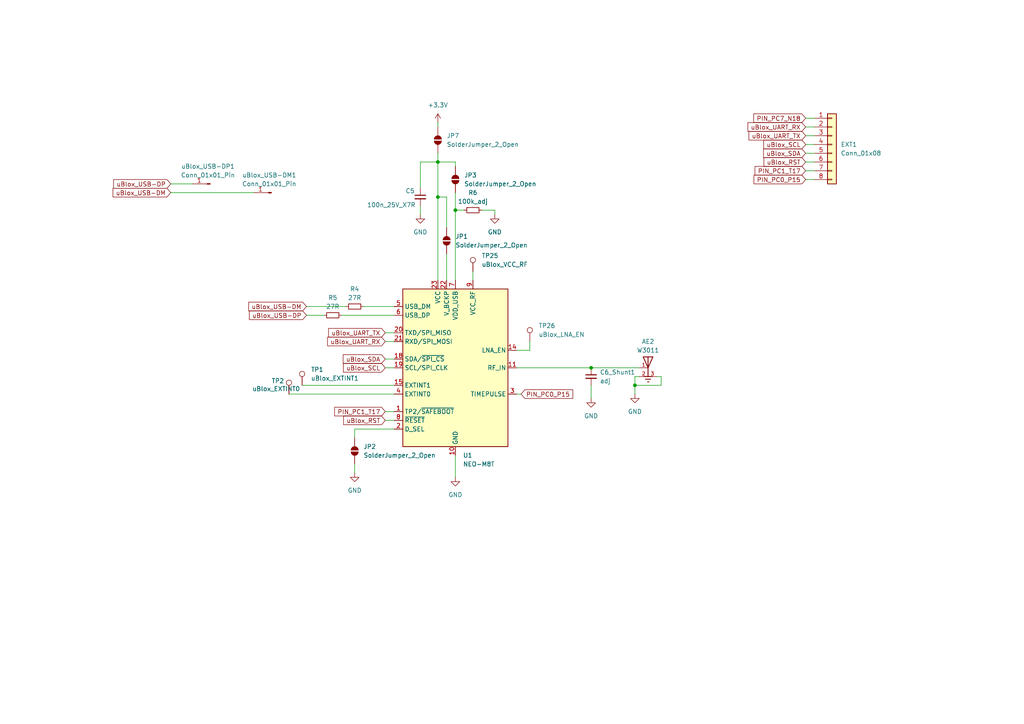
<source format=kicad_sch>
(kicad_sch
	(version 20231120)
	(generator "eeschema")
	(generator_version "8.0")
	(uuid "a5dd92d3-abd7-4681-b029-717b5b2cd08f")
	(paper "A4")
	(lib_symbols
		(symbol "Connector:Conn_01x01_Pin"
			(pin_names
				(offset 1.016) hide)
			(exclude_from_sim no)
			(in_bom yes)
			(on_board yes)
			(property "Reference" "J"
				(at 0 2.54 0)
				(effects
					(font
						(size 1.27 1.27)
					)
				)
			)
			(property "Value" "Conn_01x01_Pin"
				(at 0 -2.54 0)
				(effects
					(font
						(size 1.27 1.27)
					)
				)
			)
			(property "Footprint" ""
				(at 0 0 0)
				(effects
					(font
						(size 1.27 1.27)
					)
					(hide yes)
				)
			)
			(property "Datasheet" "~"
				(at 0 0 0)
				(effects
					(font
						(size 1.27 1.27)
					)
					(hide yes)
				)
			)
			(property "Description" "Generic connector, single row, 01x01, script generated"
				(at 0 0 0)
				(effects
					(font
						(size 1.27 1.27)
					)
					(hide yes)
				)
			)
			(property "ki_locked" ""
				(at 0 0 0)
				(effects
					(font
						(size 1.27 1.27)
					)
				)
			)
			(property "ki_keywords" "connector"
				(at 0 0 0)
				(effects
					(font
						(size 1.27 1.27)
					)
					(hide yes)
				)
			)
			(property "ki_fp_filters" "Connector*:*_1x??_*"
				(at 0 0 0)
				(effects
					(font
						(size 1.27 1.27)
					)
					(hide yes)
				)
			)
			(symbol "Conn_01x01_Pin_1_1"
				(polyline
					(pts
						(xy 1.27 0) (xy 0.8636 0)
					)
					(stroke
						(width 0.1524)
						(type default)
					)
					(fill
						(type none)
					)
				)
				(rectangle
					(start 0.8636 0.127)
					(end 0 -0.127)
					(stroke
						(width 0.1524)
						(type default)
					)
					(fill
						(type outline)
					)
				)
				(pin passive line
					(at 5.08 0 180)
					(length 3.81)
					(name "Pin_1"
						(effects
							(font
								(size 1.27 1.27)
							)
						)
					)
					(number "1"
						(effects
							(font
								(size 1.27 1.27)
							)
						)
					)
				)
			)
		)
		(symbol "Connector:TestPoint"
			(pin_numbers hide)
			(pin_names
				(offset 0.762) hide)
			(exclude_from_sim no)
			(in_bom yes)
			(on_board yes)
			(property "Reference" "TP"
				(at 0 6.858 0)
				(effects
					(font
						(size 1.27 1.27)
					)
				)
			)
			(property "Value" "TestPoint"
				(at 0 5.08 0)
				(effects
					(font
						(size 1.27 1.27)
					)
				)
			)
			(property "Footprint" ""
				(at 5.08 0 0)
				(effects
					(font
						(size 1.27 1.27)
					)
					(hide yes)
				)
			)
			(property "Datasheet" "~"
				(at 5.08 0 0)
				(effects
					(font
						(size 1.27 1.27)
					)
					(hide yes)
				)
			)
			(property "Description" "test point"
				(at 0 0 0)
				(effects
					(font
						(size 1.27 1.27)
					)
					(hide yes)
				)
			)
			(property "ki_keywords" "test point tp"
				(at 0 0 0)
				(effects
					(font
						(size 1.27 1.27)
					)
					(hide yes)
				)
			)
			(property "ki_fp_filters" "Pin* Test*"
				(at 0 0 0)
				(effects
					(font
						(size 1.27 1.27)
					)
					(hide yes)
				)
			)
			(symbol "TestPoint_0_1"
				(circle
					(center 0 3.302)
					(radius 0.762)
					(stroke
						(width 0)
						(type default)
					)
					(fill
						(type none)
					)
				)
			)
			(symbol "TestPoint_1_1"
				(pin passive line
					(at 0 0 90)
					(length 2.54)
					(name "1"
						(effects
							(font
								(size 1.27 1.27)
							)
						)
					)
					(number "1"
						(effects
							(font
								(size 1.27 1.27)
							)
						)
					)
				)
			)
		)
		(symbol "Connector_Generic:Conn_01x08"
			(pin_names
				(offset 1.016) hide)
			(exclude_from_sim no)
			(in_bom yes)
			(on_board yes)
			(property "Reference" "J"
				(at 0 10.16 0)
				(effects
					(font
						(size 1.27 1.27)
					)
				)
			)
			(property "Value" "Conn_01x08"
				(at 0 -12.7 0)
				(effects
					(font
						(size 1.27 1.27)
					)
				)
			)
			(property "Footprint" ""
				(at 0 0 0)
				(effects
					(font
						(size 1.27 1.27)
					)
					(hide yes)
				)
			)
			(property "Datasheet" "~"
				(at 0 0 0)
				(effects
					(font
						(size 1.27 1.27)
					)
					(hide yes)
				)
			)
			(property "Description" "Generic connector, single row, 01x08, script generated (kicad-library-utils/schlib/autogen/connector/)"
				(at 0 0 0)
				(effects
					(font
						(size 1.27 1.27)
					)
					(hide yes)
				)
			)
			(property "ki_keywords" "connector"
				(at 0 0 0)
				(effects
					(font
						(size 1.27 1.27)
					)
					(hide yes)
				)
			)
			(property "ki_fp_filters" "Connector*:*_1x??_*"
				(at 0 0 0)
				(effects
					(font
						(size 1.27 1.27)
					)
					(hide yes)
				)
			)
			(symbol "Conn_01x08_1_1"
				(rectangle
					(start -1.27 -10.033)
					(end 0 -10.287)
					(stroke
						(width 0.1524)
						(type default)
					)
					(fill
						(type none)
					)
				)
				(rectangle
					(start -1.27 -7.493)
					(end 0 -7.747)
					(stroke
						(width 0.1524)
						(type default)
					)
					(fill
						(type none)
					)
				)
				(rectangle
					(start -1.27 -4.953)
					(end 0 -5.207)
					(stroke
						(width 0.1524)
						(type default)
					)
					(fill
						(type none)
					)
				)
				(rectangle
					(start -1.27 -2.413)
					(end 0 -2.667)
					(stroke
						(width 0.1524)
						(type default)
					)
					(fill
						(type none)
					)
				)
				(rectangle
					(start -1.27 0.127)
					(end 0 -0.127)
					(stroke
						(width 0.1524)
						(type default)
					)
					(fill
						(type none)
					)
				)
				(rectangle
					(start -1.27 2.667)
					(end 0 2.413)
					(stroke
						(width 0.1524)
						(type default)
					)
					(fill
						(type none)
					)
				)
				(rectangle
					(start -1.27 5.207)
					(end 0 4.953)
					(stroke
						(width 0.1524)
						(type default)
					)
					(fill
						(type none)
					)
				)
				(rectangle
					(start -1.27 7.747)
					(end 0 7.493)
					(stroke
						(width 0.1524)
						(type default)
					)
					(fill
						(type none)
					)
				)
				(rectangle
					(start -1.27 8.89)
					(end 1.27 -11.43)
					(stroke
						(width 0.254)
						(type default)
					)
					(fill
						(type background)
					)
				)
				(pin passive line
					(at -5.08 7.62 0)
					(length 3.81)
					(name "Pin_1"
						(effects
							(font
								(size 1.27 1.27)
							)
						)
					)
					(number "1"
						(effects
							(font
								(size 1.27 1.27)
							)
						)
					)
				)
				(pin passive line
					(at -5.08 5.08 0)
					(length 3.81)
					(name "Pin_2"
						(effects
							(font
								(size 1.27 1.27)
							)
						)
					)
					(number "2"
						(effects
							(font
								(size 1.27 1.27)
							)
						)
					)
				)
				(pin passive line
					(at -5.08 2.54 0)
					(length 3.81)
					(name "Pin_3"
						(effects
							(font
								(size 1.27 1.27)
							)
						)
					)
					(number "3"
						(effects
							(font
								(size 1.27 1.27)
							)
						)
					)
				)
				(pin passive line
					(at -5.08 0 0)
					(length 3.81)
					(name "Pin_4"
						(effects
							(font
								(size 1.27 1.27)
							)
						)
					)
					(number "4"
						(effects
							(font
								(size 1.27 1.27)
							)
						)
					)
				)
				(pin passive line
					(at -5.08 -2.54 0)
					(length 3.81)
					(name "Pin_5"
						(effects
							(font
								(size 1.27 1.27)
							)
						)
					)
					(number "5"
						(effects
							(font
								(size 1.27 1.27)
							)
						)
					)
				)
				(pin passive line
					(at -5.08 -5.08 0)
					(length 3.81)
					(name "Pin_6"
						(effects
							(font
								(size 1.27 1.27)
							)
						)
					)
					(number "6"
						(effects
							(font
								(size 1.27 1.27)
							)
						)
					)
				)
				(pin passive line
					(at -5.08 -7.62 0)
					(length 3.81)
					(name "Pin_7"
						(effects
							(font
								(size 1.27 1.27)
							)
						)
					)
					(number "7"
						(effects
							(font
								(size 1.27 1.27)
							)
						)
					)
				)
				(pin passive line
					(at -5.08 -10.16 0)
					(length 3.81)
					(name "Pin_8"
						(effects
							(font
								(size 1.27 1.27)
							)
						)
					)
					(number "8"
						(effects
							(font
								(size 1.27 1.27)
							)
						)
					)
				)
			)
		)
		(symbol "Device:C_Small"
			(pin_numbers hide)
			(pin_names
				(offset 0.254) hide)
			(exclude_from_sim no)
			(in_bom yes)
			(on_board yes)
			(property "Reference" "C"
				(at 0.254 1.778 0)
				(effects
					(font
						(size 1.27 1.27)
					)
					(justify left)
				)
			)
			(property "Value" "C_Small"
				(at 0.254 -2.032 0)
				(effects
					(font
						(size 1.27 1.27)
					)
					(justify left)
				)
			)
			(property "Footprint" ""
				(at 0 0 0)
				(effects
					(font
						(size 1.27 1.27)
					)
					(hide yes)
				)
			)
			(property "Datasheet" "~"
				(at 0 0 0)
				(effects
					(font
						(size 1.27 1.27)
					)
					(hide yes)
				)
			)
			(property "Description" "Unpolarized capacitor, small symbol"
				(at 0 0 0)
				(effects
					(font
						(size 1.27 1.27)
					)
					(hide yes)
				)
			)
			(property "ki_keywords" "capacitor cap"
				(at 0 0 0)
				(effects
					(font
						(size 1.27 1.27)
					)
					(hide yes)
				)
			)
			(property "ki_fp_filters" "C_*"
				(at 0 0 0)
				(effects
					(font
						(size 1.27 1.27)
					)
					(hide yes)
				)
			)
			(symbol "C_Small_0_1"
				(polyline
					(pts
						(xy -1.524 -0.508) (xy 1.524 -0.508)
					)
					(stroke
						(width 0.3302)
						(type default)
					)
					(fill
						(type none)
					)
				)
				(polyline
					(pts
						(xy -1.524 0.508) (xy 1.524 0.508)
					)
					(stroke
						(width 0.3048)
						(type default)
					)
					(fill
						(type none)
					)
				)
			)
			(symbol "C_Small_1_1"
				(pin passive line
					(at 0 2.54 270)
					(length 2.032)
					(name "~"
						(effects
							(font
								(size 1.27 1.27)
							)
						)
					)
					(number "1"
						(effects
							(font
								(size 1.27 1.27)
							)
						)
					)
				)
				(pin passive line
					(at 0 -2.54 90)
					(length 2.032)
					(name "~"
						(effects
							(font
								(size 1.27 1.27)
							)
						)
					)
					(number "2"
						(effects
							(font
								(size 1.27 1.27)
							)
						)
					)
				)
			)
		)
		(symbol "Device:R_Small"
			(pin_numbers hide)
			(pin_names
				(offset 0.254) hide)
			(exclude_from_sim no)
			(in_bom yes)
			(on_board yes)
			(property "Reference" "R"
				(at 0.762 0.508 0)
				(effects
					(font
						(size 1.27 1.27)
					)
					(justify left)
				)
			)
			(property "Value" "R_Small"
				(at 0.762 -1.016 0)
				(effects
					(font
						(size 1.27 1.27)
					)
					(justify left)
				)
			)
			(property "Footprint" ""
				(at 0 0 0)
				(effects
					(font
						(size 1.27 1.27)
					)
					(hide yes)
				)
			)
			(property "Datasheet" "~"
				(at 0 0 0)
				(effects
					(font
						(size 1.27 1.27)
					)
					(hide yes)
				)
			)
			(property "Description" "Resistor, small symbol"
				(at 0 0 0)
				(effects
					(font
						(size 1.27 1.27)
					)
					(hide yes)
				)
			)
			(property "ki_keywords" "R resistor"
				(at 0 0 0)
				(effects
					(font
						(size 1.27 1.27)
					)
					(hide yes)
				)
			)
			(property "ki_fp_filters" "R_*"
				(at 0 0 0)
				(effects
					(font
						(size 1.27 1.27)
					)
					(hide yes)
				)
			)
			(symbol "R_Small_0_1"
				(rectangle
					(start -0.762 1.778)
					(end 0.762 -1.778)
					(stroke
						(width 0.2032)
						(type default)
					)
					(fill
						(type none)
					)
				)
			)
			(symbol "R_Small_1_1"
				(pin passive line
					(at 0 2.54 270)
					(length 0.762)
					(name "~"
						(effects
							(font
								(size 1.27 1.27)
							)
						)
					)
					(number "1"
						(effects
							(font
								(size 1.27 1.27)
							)
						)
					)
				)
				(pin passive line
					(at 0 -2.54 90)
					(length 0.762)
					(name "~"
						(effects
							(font
								(size 1.27 1.27)
							)
						)
					)
					(number "2"
						(effects
							(font
								(size 1.27 1.27)
							)
						)
					)
				)
			)
		)
		(symbol "Jumper:SolderJumper_2_Open"
			(pin_numbers hide)
			(pin_names
				(offset 0) hide)
			(exclude_from_sim yes)
			(in_bom no)
			(on_board yes)
			(property "Reference" "JP"
				(at 0 2.032 0)
				(effects
					(font
						(size 1.27 1.27)
					)
				)
			)
			(property "Value" "SolderJumper_2_Open"
				(at 0 -2.54 0)
				(effects
					(font
						(size 1.27 1.27)
					)
				)
			)
			(property "Footprint" ""
				(at 0 0 0)
				(effects
					(font
						(size 1.27 1.27)
					)
					(hide yes)
				)
			)
			(property "Datasheet" "~"
				(at 0 0 0)
				(effects
					(font
						(size 1.27 1.27)
					)
					(hide yes)
				)
			)
			(property "Description" "Solder Jumper, 2-pole, open"
				(at 0 0 0)
				(effects
					(font
						(size 1.27 1.27)
					)
					(hide yes)
				)
			)
			(property "ki_keywords" "solder jumper SPST"
				(at 0 0 0)
				(effects
					(font
						(size 1.27 1.27)
					)
					(hide yes)
				)
			)
			(property "ki_fp_filters" "SolderJumper*Open*"
				(at 0 0 0)
				(effects
					(font
						(size 1.27 1.27)
					)
					(hide yes)
				)
			)
			(symbol "SolderJumper_2_Open_0_1"
				(arc
					(start -0.254 1.016)
					(mid -1.2656 0)
					(end -0.254 -1.016)
					(stroke
						(width 0)
						(type default)
					)
					(fill
						(type none)
					)
				)
				(arc
					(start -0.254 1.016)
					(mid -1.2656 0)
					(end -0.254 -1.016)
					(stroke
						(width 0)
						(type default)
					)
					(fill
						(type outline)
					)
				)
				(polyline
					(pts
						(xy -0.254 1.016) (xy -0.254 -1.016)
					)
					(stroke
						(width 0)
						(type default)
					)
					(fill
						(type none)
					)
				)
				(polyline
					(pts
						(xy 0.254 1.016) (xy 0.254 -1.016)
					)
					(stroke
						(width 0)
						(type default)
					)
					(fill
						(type none)
					)
				)
				(arc
					(start 0.254 -1.016)
					(mid 1.2656 0)
					(end 0.254 1.016)
					(stroke
						(width 0)
						(type default)
					)
					(fill
						(type none)
					)
				)
				(arc
					(start 0.254 -1.016)
					(mid 1.2656 0)
					(end 0.254 1.016)
					(stroke
						(width 0)
						(type default)
					)
					(fill
						(type outline)
					)
				)
			)
			(symbol "SolderJumper_2_Open_1_1"
				(pin passive line
					(at -3.81 0 0)
					(length 2.54)
					(name "A"
						(effects
							(font
								(size 1.27 1.27)
							)
						)
					)
					(number "1"
						(effects
							(font
								(size 1.27 1.27)
							)
						)
					)
				)
				(pin passive line
					(at 3.81 0 180)
					(length 2.54)
					(name "B"
						(effects
							(font
								(size 1.27 1.27)
							)
						)
					)
					(number "2"
						(effects
							(font
								(size 1.27 1.27)
							)
						)
					)
				)
			)
		)
		(symbol "RF_GPS:NEO-M8T"
			(exclude_from_sim no)
			(in_bom yes)
			(on_board yes)
			(property "Reference" "U"
				(at -13.97 24.13 0)
				(effects
					(font
						(size 1.27 1.27)
					)
				)
			)
			(property "Value" "NEO-M8T"
				(at 11.43 24.13 0)
				(effects
					(font
						(size 1.27 1.27)
					)
				)
			)
			(property "Footprint" "RF_GPS:ublox_NEO"
				(at 10.16 -24.13 0)
				(effects
					(font
						(size 1.27 1.27)
					)
					(hide yes)
				)
			)
			(property "Datasheet" "https://content.u-blox.com/sites/default/files/documents/NEO-LEA-M8T-FW3_DataSheet_UBX-15025193.pdf"
				(at 0 0 0)
				(effects
					(font
						(size 1.27 1.27)
					)
					(hide yes)
				)
			)
			(property "Description" "GNSS Module NEO M8, VCC 2.7V to 3.6V"
				(at 0 0 0)
				(effects
					(font
						(size 1.27 1.27)
					)
					(hide yes)
				)
			)
			(property "ki_keywords" "ublox GPS GNSS module"
				(at 0 0 0)
				(effects
					(font
						(size 1.27 1.27)
					)
					(hide yes)
				)
			)
			(property "ki_fp_filters" "ublox*NEO*"
				(at 0 0 0)
				(effects
					(font
						(size 1.27 1.27)
					)
					(hide yes)
				)
			)
			(symbol "NEO-M8T_0_1"
				(rectangle
					(start -15.24 22.86)
					(end 15.24 -22.86)
					(stroke
						(width 0.254)
						(type default)
					)
					(fill
						(type background)
					)
				)
			)
			(symbol "NEO-M8T_1_1"
				(pin bidirectional line
					(at -17.78 -12.7 0)
					(length 2.54)
					(name "TP2/~{SAFEBOOT}"
						(effects
							(font
								(size 1.27 1.27)
							)
						)
					)
					(number "1"
						(effects
							(font
								(size 1.27 1.27)
							)
						)
					)
				)
				(pin power_in line
					(at 0 -25.4 90)
					(length 2.54)
					(name "GND"
						(effects
							(font
								(size 1.27 1.27)
							)
						)
					)
					(number "10"
						(effects
							(font
								(size 1.27 1.27)
							)
						)
					)
				)
				(pin input line
					(at 17.78 0 180)
					(length 2.54)
					(name "RF_IN"
						(effects
							(font
								(size 1.27 1.27)
							)
						)
					)
					(number "11"
						(effects
							(font
								(size 1.27 1.27)
							)
						)
					)
				)
				(pin passive line
					(at 0 -25.4 90)
					(length 2.54) hide
					(name "GND"
						(effects
							(font
								(size 1.27 1.27)
							)
						)
					)
					(number "12"
						(effects
							(font
								(size 1.27 1.27)
							)
						)
					)
				)
				(pin passive line
					(at 0 -25.4 90)
					(length 2.54) hide
					(name "GND"
						(effects
							(font
								(size 1.27 1.27)
							)
						)
					)
					(number "13"
						(effects
							(font
								(size 1.27 1.27)
							)
						)
					)
				)
				(pin output line
					(at 17.78 5.08 180)
					(length 2.54)
					(name "LNA_EN"
						(effects
							(font
								(size 1.27 1.27)
							)
						)
					)
					(number "14"
						(effects
							(font
								(size 1.27 1.27)
							)
						)
					)
				)
				(pin input line
					(at -17.78 -5.08 0)
					(length 2.54)
					(name "EXTINT1"
						(effects
							(font
								(size 1.27 1.27)
							)
						)
					)
					(number "15"
						(effects
							(font
								(size 1.27 1.27)
							)
						)
					)
				)
				(pin no_connect line
					(at 15.24 -10.16 180)
					(length 2.54) hide
					(name "RESERVED"
						(effects
							(font
								(size 1.27 1.27)
							)
						)
					)
					(number "16"
						(effects
							(font
								(size 1.27 1.27)
							)
						)
					)
				)
				(pin no_connect line
					(at 15.24 -12.7 180)
					(length 2.54) hide
					(name "RESERVED"
						(effects
							(font
								(size 1.27 1.27)
							)
						)
					)
					(number "17"
						(effects
							(font
								(size 1.27 1.27)
							)
						)
					)
				)
				(pin bidirectional line
					(at -17.78 2.54 0)
					(length 2.54)
					(name "SDA/~{SPI_CS}"
						(effects
							(font
								(size 1.27 1.27)
							)
						)
					)
					(number "18"
						(effects
							(font
								(size 1.27 1.27)
							)
						)
					)
				)
				(pin input line
					(at -17.78 0 0)
					(length 2.54)
					(name "SCL/SPI_CLK"
						(effects
							(font
								(size 1.27 1.27)
							)
						)
					)
					(number "19"
						(effects
							(font
								(size 1.27 1.27)
							)
						)
					)
				)
				(pin input line
					(at -17.78 -17.78 0)
					(length 2.54)
					(name "D_SEL"
						(effects
							(font
								(size 1.27 1.27)
							)
						)
					)
					(number "2"
						(effects
							(font
								(size 1.27 1.27)
							)
						)
					)
				)
				(pin output line
					(at -17.78 10.16 0)
					(length 2.54)
					(name "TXD/SPI_MISO"
						(effects
							(font
								(size 1.27 1.27)
							)
						)
					)
					(number "20"
						(effects
							(font
								(size 1.27 1.27)
							)
						)
					)
				)
				(pin input line
					(at -17.78 7.62 0)
					(length 2.54)
					(name "RXD/SPI_MOSI"
						(effects
							(font
								(size 1.27 1.27)
							)
						)
					)
					(number "21"
						(effects
							(font
								(size 1.27 1.27)
							)
						)
					)
				)
				(pin power_in line
					(at -2.54 25.4 270)
					(length 2.54)
					(name "V_BCKP"
						(effects
							(font
								(size 1.27 1.27)
							)
						)
					)
					(number "22"
						(effects
							(font
								(size 1.27 1.27)
							)
						)
					)
				)
				(pin power_in line
					(at -5.08 25.4 270)
					(length 2.54)
					(name "VCC"
						(effects
							(font
								(size 1.27 1.27)
							)
						)
					)
					(number "23"
						(effects
							(font
								(size 1.27 1.27)
							)
						)
					)
				)
				(pin passive line
					(at 0 -25.4 90)
					(length 2.54) hide
					(name "GND"
						(effects
							(font
								(size 1.27 1.27)
							)
						)
					)
					(number "24"
						(effects
							(font
								(size 1.27 1.27)
							)
						)
					)
				)
				(pin output line
					(at 17.78 -7.62 180)
					(length 2.54)
					(name "TIMEPULSE"
						(effects
							(font
								(size 1.27 1.27)
							)
						)
					)
					(number "3"
						(effects
							(font
								(size 1.27 1.27)
							)
						)
					)
				)
				(pin input line
					(at -17.78 -7.62 0)
					(length 2.54)
					(name "EXTINT0"
						(effects
							(font
								(size 1.27 1.27)
							)
						)
					)
					(number "4"
						(effects
							(font
								(size 1.27 1.27)
							)
						)
					)
				)
				(pin bidirectional line
					(at -17.78 17.78 0)
					(length 2.54)
					(name "USB_DM"
						(effects
							(font
								(size 1.27 1.27)
							)
						)
					)
					(number "5"
						(effects
							(font
								(size 1.27 1.27)
							)
						)
					)
				)
				(pin bidirectional line
					(at -17.78 15.24 0)
					(length 2.54)
					(name "USB_DP"
						(effects
							(font
								(size 1.27 1.27)
							)
						)
					)
					(number "6"
						(effects
							(font
								(size 1.27 1.27)
							)
						)
					)
				)
				(pin power_in line
					(at 0 25.4 270)
					(length 2.54)
					(name "VDD_USB"
						(effects
							(font
								(size 1.27 1.27)
							)
						)
					)
					(number "7"
						(effects
							(font
								(size 1.27 1.27)
							)
						)
					)
				)
				(pin input line
					(at -17.78 -15.24 0)
					(length 2.54)
					(name "~{RESET}"
						(effects
							(font
								(size 1.27 1.27)
							)
						)
					)
					(number "8"
						(effects
							(font
								(size 1.27 1.27)
							)
						)
					)
				)
				(pin power_out line
					(at 5.08 25.4 270)
					(length 2.54)
					(name "VCC_RF"
						(effects
							(font
								(size 1.27 1.27)
							)
						)
					)
					(number "9"
						(effects
							(font
								(size 1.27 1.27)
							)
						)
					)
				)
			)
		)
		(symbol "W3011_1"
			(pin_names
				(offset 1.016)
			)
			(exclude_from_sim no)
			(in_bom yes)
			(on_board yes)
			(property "Reference" "AE"
				(at 2.0344 0.7629 0)
				(effects
					(font
						(size 1.27 1.27)
					)
					(justify left bottom)
				)
			)
			(property "Value" "W3011"
				(at 2.1628 -1.0178 0)
				(effects
					(font
						(size 1.27 1.27)
					)
					(justify left bottom)
				)
			)
			(property "Footprint" "W3011:XDCR_W3011"
				(at 0 0 0)
				(effects
					(font
						(size 1.27 1.27)
					)
					(justify bottom)
					(hide yes)
				)
			)
			(property "Datasheet" ""
				(at 0 0 0)
				(effects
					(font
						(size 1.27 1.27)
					)
					(hide yes)
				)
			)
			(property "Description" ""
				(at 0 0 0)
				(effects
					(font
						(size 1.27 1.27)
					)
					(hide yes)
				)
			)
			(property "PARTREV" "N/A"
				(at 0 0 0)
				(effects
					(font
						(size 1.27 1.27)
					)
					(justify bottom)
					(hide yes)
				)
			)
			(property "STANDARD" "Manufacturer recommendations"
				(at 0 0 0)
				(effects
					(font
						(size 1.27 1.27)
					)
					(justify bottom)
					(hide yes)
				)
			)
			(property "MAXIMUM_PACKAGE_HEIGHT" "1.3 mm"
				(at 0 0 0)
				(effects
					(font
						(size 1.27 1.27)
					)
					(justify bottom)
					(hide yes)
				)
			)
			(property "MANUFACTURER" "PulseLarsen"
				(at 0 0 0)
				(effects
					(font
						(size 1.27 1.27)
					)
					(justify bottom)
					(hide yes)
				)
			)
			(symbol "W3011_1_0_0"
				(polyline
					(pts
						(xy -1.397 3.175) (xy 0 3.175)
					)
					(stroke
						(width 0.254)
						(type default)
					)
					(fill
						(type none)
					)
				)
				(polyline
					(pts
						(xy -0.762 -3.302) (xy 0.762 -3.302)
					)
					(stroke
						(width 0.254)
						(type default)
					)
					(fill
						(type none)
					)
				)
				(polyline
					(pts
						(xy -0.127 -4.064) (xy 0.254 -4.064)
					)
					(stroke
						(width 0.254)
						(type default)
					)
					(fill
						(type none)
					)
				)
				(polyline
					(pts
						(xy 0 -2.54) (xy -1.27 -2.54)
					)
					(stroke
						(width 0.254)
						(type default)
					)
					(fill
						(type none)
					)
				)
				(polyline
					(pts
						(xy 0 -2.54) (xy 1.27 -2.54)
					)
					(stroke
						(width 0.254)
						(type default)
					)
					(fill
						(type none)
					)
				)
				(polyline
					(pts
						(xy 0 0) (xy -1.397 3.175)
					)
					(stroke
						(width 0.254)
						(type default)
					)
					(fill
						(type none)
					)
				)
				(polyline
					(pts
						(xy 0 0) (xy 0 -2.54)
					)
					(stroke
						(width 0.254)
						(type default)
					)
					(fill
						(type none)
					)
				)
				(polyline
					(pts
						(xy 0 3.175) (xy 0 0)
					)
					(stroke
						(width 0.254)
						(type default)
					)
					(fill
						(type none)
					)
				)
				(polyline
					(pts
						(xy 0 3.175) (xy 1.397 3.175)
					)
					(stroke
						(width 0.254)
						(type default)
					)
					(fill
						(type none)
					)
				)
				(polyline
					(pts
						(xy 1.397 3.175) (xy 0 0)
					)
					(stroke
						(width 0.254)
						(type default)
					)
					(fill
						(type none)
					)
				)
				(pin passive line
					(at -2.54 0 0)
					(length 2.54)
					(name "~"
						(effects
							(font
								(size 1.016 1.016)
							)
						)
					)
					(number "1"
						(effects
							(font
								(size 1.016 1.016)
							)
						)
					)
				)
				(pin power_in line
					(at -2.54 -2.54 0)
					(length 2.54)
					(name "~"
						(effects
							(font
								(size 1.016 1.016)
							)
						)
					)
					(number "2"
						(effects
							(font
								(size 1.016 1.016)
							)
						)
					)
				)
			)
			(symbol "W3011_1_1_0"
				(pin power_in line
					(at 2.54 -2.54 180)
					(length 2.54)
					(name "~"
						(effects
							(font
								(size 1.016 1.016)
							)
						)
					)
					(number "3"
						(effects
							(font
								(size 1.016 1.016)
							)
						)
					)
				)
			)
		)
		(symbol "power:+3.3V"
			(power)
			(pin_numbers hide)
			(pin_names
				(offset 0) hide)
			(exclude_from_sim no)
			(in_bom yes)
			(on_board yes)
			(property "Reference" "#PWR"
				(at 0 -3.81 0)
				(effects
					(font
						(size 1.27 1.27)
					)
					(hide yes)
				)
			)
			(property "Value" "+3.3V"
				(at 0 3.556 0)
				(effects
					(font
						(size 1.27 1.27)
					)
				)
			)
			(property "Footprint" ""
				(at 0 0 0)
				(effects
					(font
						(size 1.27 1.27)
					)
					(hide yes)
				)
			)
			(property "Datasheet" ""
				(at 0 0 0)
				(effects
					(font
						(size 1.27 1.27)
					)
					(hide yes)
				)
			)
			(property "Description" "Power symbol creates a global label with name \"+3.3V\""
				(at 0 0 0)
				(effects
					(font
						(size 1.27 1.27)
					)
					(hide yes)
				)
			)
			(property "ki_keywords" "global power"
				(at 0 0 0)
				(effects
					(font
						(size 1.27 1.27)
					)
					(hide yes)
				)
			)
			(symbol "+3.3V_0_1"
				(polyline
					(pts
						(xy -0.762 1.27) (xy 0 2.54)
					)
					(stroke
						(width 0)
						(type default)
					)
					(fill
						(type none)
					)
				)
				(polyline
					(pts
						(xy 0 0) (xy 0 2.54)
					)
					(stroke
						(width 0)
						(type default)
					)
					(fill
						(type none)
					)
				)
				(polyline
					(pts
						(xy 0 2.54) (xy 0.762 1.27)
					)
					(stroke
						(width 0)
						(type default)
					)
					(fill
						(type none)
					)
				)
			)
			(symbol "+3.3V_1_1"
				(pin power_in line
					(at 0 0 90)
					(length 0)
					(name "~"
						(effects
							(font
								(size 1.27 1.27)
							)
						)
					)
					(number "1"
						(effects
							(font
								(size 1.27 1.27)
							)
						)
					)
				)
			)
		)
		(symbol "power:GND"
			(power)
			(pin_numbers hide)
			(pin_names
				(offset 0) hide)
			(exclude_from_sim no)
			(in_bom yes)
			(on_board yes)
			(property "Reference" "#PWR"
				(at 0 -6.35 0)
				(effects
					(font
						(size 1.27 1.27)
					)
					(hide yes)
				)
			)
			(property "Value" "GND"
				(at 0 -3.81 0)
				(effects
					(font
						(size 1.27 1.27)
					)
				)
			)
			(property "Footprint" ""
				(at 0 0 0)
				(effects
					(font
						(size 1.27 1.27)
					)
					(hide yes)
				)
			)
			(property "Datasheet" ""
				(at 0 0 0)
				(effects
					(font
						(size 1.27 1.27)
					)
					(hide yes)
				)
			)
			(property "Description" "Power symbol creates a global label with name \"GND\" , ground"
				(at 0 0 0)
				(effects
					(font
						(size 1.27 1.27)
					)
					(hide yes)
				)
			)
			(property "ki_keywords" "global power"
				(at 0 0 0)
				(effects
					(font
						(size 1.27 1.27)
					)
					(hide yes)
				)
			)
			(symbol "GND_0_1"
				(polyline
					(pts
						(xy 0 0) (xy 0 -1.27) (xy 1.27 -1.27) (xy 0 -2.54) (xy -1.27 -1.27) (xy 0 -1.27)
					)
					(stroke
						(width 0)
						(type default)
					)
					(fill
						(type none)
					)
				)
			)
			(symbol "GND_1_1"
				(pin power_in line
					(at 0 0 270)
					(length 0)
					(name "~"
						(effects
							(font
								(size 1.27 1.27)
							)
						)
					)
					(number "1"
						(effects
							(font
								(size 1.27 1.27)
							)
						)
					)
				)
			)
		)
	)
	(junction
		(at 132.08 60.96)
		(diameter 0)
		(color 0 0 0 0)
		(uuid "0c020ca9-64a8-433d-a58e-4c5fbe94c71e")
	)
	(junction
		(at 127 46.99)
		(diameter 0)
		(color 0 0 0 0)
		(uuid "0d50acb5-d236-493e-b0a0-cf969e3a8363")
	)
	(junction
		(at 184.15 111.76)
		(diameter 0)
		(color 0 0 0 0)
		(uuid "2e3e4996-2f80-439e-8f6d-4ea8816fc0c0")
	)
	(junction
		(at 171.45 106.68)
		(diameter 0)
		(color 0 0 0 0)
		(uuid "351777e7-d343-4082-9327-f71becb808da")
	)
	(junction
		(at 127 57.15)
		(diameter 0)
		(color 0 0 0 0)
		(uuid "5f37b39e-d22f-4052-9e2c-da4dd6624964")
	)
	(wire
		(pts
			(xy 111.76 106.68) (xy 114.3 106.68)
		)
		(stroke
			(width 0)
			(type default)
		)
		(uuid "0037b295-7348-4c1c-924d-751baff45674")
	)
	(wire
		(pts
			(xy 111.76 99.06) (xy 114.3 99.06)
		)
		(stroke
			(width 0)
			(type default)
		)
		(uuid "06cf7bb7-f41c-4b29-a522-5104596e5df8")
	)
	(wire
		(pts
			(xy 153.67 101.6) (xy 153.67 99.06)
		)
		(stroke
			(width 0)
			(type default)
		)
		(uuid "095fe750-3993-4d6d-b6b6-05acd2323c33")
	)
	(wire
		(pts
			(xy 127 57.15) (xy 129.54 57.15)
		)
		(stroke
			(width 0)
			(type default)
		)
		(uuid "0bd61a1b-f1cd-4c09-9770-41101d21a4e1")
	)
	(wire
		(pts
			(xy 127 46.99) (xy 127 57.15)
		)
		(stroke
			(width 0)
			(type default)
		)
		(uuid "0dd2b323-4f22-42f9-bb1b-49c2ff20c5e0")
	)
	(wire
		(pts
			(xy 49.53 53.34) (xy 55.88 53.34)
		)
		(stroke
			(width 0)
			(type default)
		)
		(uuid "14943163-c129-4924-a327-43219a2c99a2")
	)
	(wire
		(pts
			(xy 233.68 41.91) (xy 236.22 41.91)
		)
		(stroke
			(width 0)
			(type default)
		)
		(uuid "1cea18ca-1750-4c9f-bfe0-039b3a56c43e")
	)
	(wire
		(pts
			(xy 233.68 46.99) (xy 236.22 46.99)
		)
		(stroke
			(width 0)
			(type default)
		)
		(uuid "1ee2a55d-e92c-44ec-835c-c56e09bbd7ec")
	)
	(wire
		(pts
			(xy 137.16 78.74) (xy 137.16 81.28)
		)
		(stroke
			(width 0)
			(type default)
		)
		(uuid "1fc9b206-6890-4332-baa0-0852b7c98e46")
	)
	(wire
		(pts
			(xy 132.08 46.99) (xy 132.08 48.26)
		)
		(stroke
			(width 0)
			(type default)
		)
		(uuid "29304f63-554e-4bcb-bdf4-203262027999")
	)
	(wire
		(pts
			(xy 171.45 111.76) (xy 171.45 115.57)
		)
		(stroke
			(width 0)
			(type default)
		)
		(uuid "33470af7-3ac6-4824-a41e-19d674047a58")
	)
	(wire
		(pts
			(xy 233.68 39.37) (xy 236.22 39.37)
		)
		(stroke
			(width 0)
			(type default)
		)
		(uuid "381e14d0-14e1-4a77-b60b-141c85c25e01")
	)
	(wire
		(pts
			(xy 132.08 60.96) (xy 134.62 60.96)
		)
		(stroke
			(width 0)
			(type default)
		)
		(uuid "3ede386d-6dd0-48c6-9b79-d94c74d53c35")
	)
	(wire
		(pts
			(xy 171.45 106.68) (xy 185.42 106.68)
		)
		(stroke
			(width 0)
			(type default)
		)
		(uuid "481e5197-a0d0-4a1c-a6c8-a262ffb9c6e8")
	)
	(wire
		(pts
			(xy 233.68 49.53) (xy 236.22 49.53)
		)
		(stroke
			(width 0)
			(type default)
		)
		(uuid "4bfde415-5ad0-4513-a84a-0bdac205903b")
	)
	(wire
		(pts
			(xy 49.53 55.88) (xy 73.66 55.88)
		)
		(stroke
			(width 0)
			(type default)
		)
		(uuid "4e829f5c-9419-4bfd-92b9-1dc331055976")
	)
	(wire
		(pts
			(xy 233.68 52.07) (xy 236.22 52.07)
		)
		(stroke
			(width 0)
			(type default)
		)
		(uuid "4ec65237-7b4f-476a-9946-09812f73ce8f")
	)
	(wire
		(pts
			(xy 102.87 134.62) (xy 102.87 137.16)
		)
		(stroke
			(width 0)
			(type default)
		)
		(uuid "61a14068-374d-4a30-a5cb-e0e76987e1fd")
	)
	(wire
		(pts
			(xy 88.9 88.9) (xy 100.33 88.9)
		)
		(stroke
			(width 0)
			(type default)
		)
		(uuid "643a3b18-7f9a-4e27-8b40-f6c057f3aa16")
	)
	(wire
		(pts
			(xy 87.63 111.76) (xy 114.3 111.76)
		)
		(stroke
			(width 0)
			(type default)
		)
		(uuid "645d1901-87f3-48dc-b7ad-dbe0af39a15d")
	)
	(wire
		(pts
			(xy 99.06 91.44) (xy 114.3 91.44)
		)
		(stroke
			(width 0)
			(type default)
		)
		(uuid "688ffc32-5fee-416e-b069-196fb196db5c")
	)
	(wire
		(pts
			(xy 83.82 114.3) (xy 114.3 114.3)
		)
		(stroke
			(width 0)
			(type default)
		)
		(uuid "68f73173-21a0-4405-a637-914c875b943a")
	)
	(wire
		(pts
			(xy 184.15 114.3) (xy 184.15 111.76)
		)
		(stroke
			(width 0)
			(type default)
		)
		(uuid "7215d946-13a9-4830-9f3f-5f67dad78285")
	)
	(wire
		(pts
			(xy 184.15 109.22) (xy 185.42 109.22)
		)
		(stroke
			(width 0)
			(type default)
		)
		(uuid "7d5528c1-0a56-422a-b97d-27c5466a61c3")
	)
	(wire
		(pts
			(xy 149.86 106.68) (xy 171.45 106.68)
		)
		(stroke
			(width 0)
			(type default)
		)
		(uuid "91b8058f-8f38-450e-9cd1-cb2d50ee6668")
	)
	(wire
		(pts
			(xy 111.76 119.38) (xy 114.3 119.38)
		)
		(stroke
			(width 0)
			(type default)
		)
		(uuid "95a7817c-e541-4a90-b12c-2cd35cbbc0d0")
	)
	(wire
		(pts
			(xy 233.68 44.45) (xy 236.22 44.45)
		)
		(stroke
			(width 0)
			(type default)
		)
		(uuid "998d3d6c-4481-45c6-86b0-43702a5ae1e3")
	)
	(wire
		(pts
			(xy 127 35.56) (xy 127 36.83)
		)
		(stroke
			(width 0)
			(type default)
		)
		(uuid "9c95c3be-0534-4611-b42a-208bda9d3d2b")
	)
	(wire
		(pts
			(xy 105.41 88.9) (xy 114.3 88.9)
		)
		(stroke
			(width 0)
			(type default)
		)
		(uuid "a0923bda-1af7-4402-8c25-f8bd3b953442")
	)
	(wire
		(pts
			(xy 127 44.45) (xy 127 46.99)
		)
		(stroke
			(width 0)
			(type default)
		)
		(uuid "a41486f3-995c-4635-8b94-4251309e570c")
	)
	(wire
		(pts
			(xy 121.92 59.69) (xy 121.92 62.23)
		)
		(stroke
			(width 0)
			(type default)
		)
		(uuid "b086f576-9ee7-461e-b379-c91b8dc89dcf")
	)
	(wire
		(pts
			(xy 121.92 46.99) (xy 121.92 54.61)
		)
		(stroke
			(width 0)
			(type default)
		)
		(uuid "b320461b-98a9-44eb-a974-e4c38a959105")
	)
	(wire
		(pts
			(xy 111.76 96.52) (xy 114.3 96.52)
		)
		(stroke
			(width 0)
			(type default)
		)
		(uuid "b6adc322-6cb7-4aa8-aeb6-31d2a993c269")
	)
	(wire
		(pts
			(xy 102.87 127) (xy 102.87 124.46)
		)
		(stroke
			(width 0)
			(type default)
		)
		(uuid "b700ac77-4c77-4fd5-a9fa-08dba21c93ed")
	)
	(wire
		(pts
			(xy 127 46.99) (xy 132.08 46.99)
		)
		(stroke
			(width 0)
			(type default)
		)
		(uuid "bcfe677b-c46d-4e31-a24c-8e219cc7722c")
	)
	(wire
		(pts
			(xy 184.15 111.76) (xy 184.15 109.22)
		)
		(stroke
			(width 0)
			(type default)
		)
		(uuid "c1417fa6-a75e-459f-a56d-ee3617525ea0")
	)
	(wire
		(pts
			(xy 111.76 104.14) (xy 114.3 104.14)
		)
		(stroke
			(width 0)
			(type default)
		)
		(uuid "c4a6fdf4-229d-4a97-a011-f5e24a688838")
	)
	(wire
		(pts
			(xy 139.7 60.96) (xy 143.51 60.96)
		)
		(stroke
			(width 0)
			(type default)
		)
		(uuid "cc103663-ccd3-4ce8-ac00-75ebae3b8984")
	)
	(wire
		(pts
			(xy 132.08 60.96) (xy 132.08 55.88)
		)
		(stroke
			(width 0)
			(type default)
		)
		(uuid "ce1c5ba1-fa8e-47ee-8e71-e9c2935c43da")
	)
	(wire
		(pts
			(xy 191.77 111.76) (xy 184.15 111.76)
		)
		(stroke
			(width 0)
			(type default)
		)
		(uuid "d56be49a-8e6f-4053-9020-b99dfca15612")
	)
	(wire
		(pts
			(xy 149.86 101.6) (xy 153.67 101.6)
		)
		(stroke
			(width 0)
			(type default)
		)
		(uuid "d5ca04f6-2c7a-47a6-820f-9f823a5162cd")
	)
	(wire
		(pts
			(xy 143.51 60.96) (xy 143.51 62.23)
		)
		(stroke
			(width 0)
			(type default)
		)
		(uuid "d6c48840-e8b8-4332-b236-0a0091394581")
	)
	(wire
		(pts
			(xy 190.5 109.22) (xy 191.77 109.22)
		)
		(stroke
			(width 0)
			(type default)
		)
		(uuid "d922b5fc-079c-45c4-9524-f4ce17fad29d")
	)
	(wire
		(pts
			(xy 129.54 73.66) (xy 129.54 81.28)
		)
		(stroke
			(width 0)
			(type default)
		)
		(uuid "e0774703-1e94-451d-88d9-f37e14ddc3e6")
	)
	(wire
		(pts
			(xy 88.9 91.44) (xy 93.98 91.44)
		)
		(stroke
			(width 0)
			(type default)
		)
		(uuid "e218c55a-19fa-46fb-ab45-053a401591ef")
	)
	(wire
		(pts
			(xy 233.68 36.83) (xy 236.22 36.83)
		)
		(stroke
			(width 0)
			(type default)
		)
		(uuid "e3554cf5-3f53-4700-aef9-9227a421d15a")
	)
	(wire
		(pts
			(xy 191.77 109.22) (xy 191.77 111.76)
		)
		(stroke
			(width 0)
			(type default)
		)
		(uuid "eb3da3c1-39ec-401d-875f-5fb426cc2f34")
	)
	(wire
		(pts
			(xy 102.87 124.46) (xy 114.3 124.46)
		)
		(stroke
			(width 0)
			(type default)
		)
		(uuid "ebf3fef4-b126-4a53-b21a-57934051ab5b")
	)
	(wire
		(pts
			(xy 111.76 121.92) (xy 114.3 121.92)
		)
		(stroke
			(width 0)
			(type default)
		)
		(uuid "ece836a6-8658-441c-8fe1-2499611fa095")
	)
	(wire
		(pts
			(xy 127 57.15) (xy 127 81.28)
		)
		(stroke
			(width 0)
			(type default)
		)
		(uuid "f173298b-a613-41a6-987e-47bc29346565")
	)
	(wire
		(pts
			(xy 149.86 114.3) (xy 151.13 114.3)
		)
		(stroke
			(width 0)
			(type default)
		)
		(uuid "f8fd6c1f-b93e-4727-bebc-e26ea55051b5")
	)
	(wire
		(pts
			(xy 233.68 34.29) (xy 236.22 34.29)
		)
		(stroke
			(width 0)
			(type default)
		)
		(uuid "fc9e090c-5de9-4fd3-9e5c-6ddba86c95c0")
	)
	(wire
		(pts
			(xy 121.92 46.99) (xy 127 46.99)
		)
		(stroke
			(width 0)
			(type default)
		)
		(uuid "fde492eb-1c01-454d-893a-b621362b2c6d")
	)
	(wire
		(pts
			(xy 129.54 66.04) (xy 129.54 57.15)
		)
		(stroke
			(width 0)
			(type default)
		)
		(uuid "fed9f505-2434-4f27-bd20-0fc72188de4b")
	)
	(wire
		(pts
			(xy 132.08 132.08) (xy 132.08 138.43)
		)
		(stroke
			(width 0)
			(type default)
		)
		(uuid "ffe13366-71ac-4ce0-8fbd-43efcbc6b639")
	)
	(wire
		(pts
			(xy 132.08 81.28) (xy 132.08 60.96)
		)
		(stroke
			(width 0)
			(type default)
		)
		(uuid "fff2b6ec-131f-403e-a5d8-6a8e3c2616a2")
	)
	(global_label "uBlox_USB-DP"
		(shape input)
		(at 88.9 91.44 180)
		(fields_autoplaced yes)
		(effects
			(font
				(size 1.27 1.27)
			)
			(justify right)
		)
		(uuid "0d5cab00-0808-4d15-b77f-70da5c9896cb")
		(property "Intersheetrefs" "${INTERSHEET_REFS}"
			(at 71.7635 91.44 0)
			(effects
				(font
					(size 1.27 1.27)
				)
				(justify right)
				(hide yes)
			)
		)
	)
	(global_label "uBlox_UART_RX"
		(shape input)
		(at 111.76 99.06 180)
		(fields_autoplaced yes)
		(effects
			(font
				(size 1.27 1.27)
			)
			(justify right)
		)
		(uuid "0d7cb0a0-38a7-4735-8a6b-125a7be04641")
		(property "Intersheetrefs" "${INTERSHEET_REFS}"
			(at 94.4421 99.06 0)
			(effects
				(font
					(size 1.27 1.27)
				)
				(justify right)
				(hide yes)
			)
		)
	)
	(global_label "PIN_PC7_N18"
		(shape input)
		(at 233.68 34.29 180)
		(fields_autoplaced yes)
		(effects
			(font
				(size 1.27 1.27)
			)
			(justify right)
		)
		(uuid "0df45596-8b07-4968-b0cb-a574790e417f")
		(property "Intersheetrefs" "${INTERSHEET_REFS}"
			(at 218.0553 34.29 0)
			(effects
				(font
					(size 1.27 1.27)
				)
				(justify right)
				(hide yes)
			)
		)
	)
	(global_label "uBlox_SDA"
		(shape input)
		(at 233.68 44.45 180)
		(fields_autoplaced yes)
		(effects
			(font
				(size 1.27 1.27)
			)
			(justify right)
		)
		(uuid "0e231422-0d92-4735-b06c-21bbade2365d")
		(property "Intersheetrefs" "${INTERSHEET_REFS}"
			(at 220.8978 44.45 0)
			(effects
				(font
					(size 1.27 1.27)
				)
				(justify right)
				(hide yes)
			)
		)
	)
	(global_label "uBlox_UART_RX"
		(shape input)
		(at 233.68 36.83 180)
		(fields_autoplaced yes)
		(effects
			(font
				(size 1.27 1.27)
			)
			(justify right)
		)
		(uuid "18f86f59-3571-432e-984a-00924a5dd2cf")
		(property "Intersheetrefs" "${INTERSHEET_REFS}"
			(at 216.3621 36.83 0)
			(effects
				(font
					(size 1.27 1.27)
				)
				(justify right)
				(hide yes)
			)
		)
	)
	(global_label "PIN_PC1_T17"
		(shape input)
		(at 111.76 119.38 180)
		(fields_autoplaced yes)
		(effects
			(font
				(size 1.27 1.27)
			)
			(justify right)
		)
		(uuid "21c8cf36-0aea-4649-9257-68e2b738a59b")
		(property "Intersheetrefs" "${INTERSHEET_REFS}"
			(at 96.4982 119.38 0)
			(effects
				(font
					(size 1.27 1.27)
				)
				(justify right)
				(hide yes)
			)
		)
	)
	(global_label "uBlox_SDA"
		(shape input)
		(at 111.76 104.14 180)
		(fields_autoplaced yes)
		(effects
			(font
				(size 1.27 1.27)
			)
			(justify right)
		)
		(uuid "319a44f1-fd0b-4d2e-879a-5937754e9366")
		(property "Intersheetrefs" "${INTERSHEET_REFS}"
			(at 98.9778 104.14 0)
			(effects
				(font
					(size 1.27 1.27)
				)
				(justify right)
				(hide yes)
			)
		)
	)
	(global_label "uBlox_USB-DM"
		(shape input)
		(at 49.53 55.88 180)
		(fields_autoplaced yes)
		(effects
			(font
				(size 1.27 1.27)
			)
			(justify right)
		)
		(uuid "4947350a-ff66-4d26-baeb-c2e1a68836f8")
		(property "Intersheetrefs" "${INTERSHEET_REFS}"
			(at 32.2121 55.88 0)
			(effects
				(font
					(size 1.27 1.27)
				)
				(justify right)
				(hide yes)
			)
		)
	)
	(global_label "uBlox_RST"
		(shape input)
		(at 233.68 46.99 180)
		(fields_autoplaced yes)
		(effects
			(font
				(size 1.27 1.27)
			)
			(justify right)
		)
		(uuid "495a8cb9-8f36-4759-a539-793671f1a853")
		(property "Intersheetrefs" "${INTERSHEET_REFS}"
			(at 221.0188 46.99 0)
			(effects
				(font
					(size 1.27 1.27)
				)
				(justify right)
				(hide yes)
			)
		)
	)
	(global_label "uBlox_UART_TX"
		(shape input)
		(at 111.76 96.52 180)
		(fields_autoplaced yes)
		(effects
			(font
				(size 1.27 1.27)
			)
			(justify right)
		)
		(uuid "4aa42d57-fd74-423b-a671-f2261d79e802")
		(property "Intersheetrefs" "${INTERSHEET_REFS}"
			(at 94.7445 96.52 0)
			(effects
				(font
					(size 1.27 1.27)
				)
				(justify right)
				(hide yes)
			)
		)
	)
	(global_label "uBlox_USB-DM"
		(shape input)
		(at 88.9 88.9 180)
		(fields_autoplaced yes)
		(effects
			(font
				(size 1.27 1.27)
			)
			(justify right)
		)
		(uuid "5dc2797e-a482-4934-adf4-bb115d78d7b2")
		(property "Intersheetrefs" "${INTERSHEET_REFS}"
			(at 71.5821 88.9 0)
			(effects
				(font
					(size 1.27 1.27)
				)
				(justify right)
				(hide yes)
			)
		)
	)
	(global_label "uBlox_UART_TX"
		(shape input)
		(at 233.68 39.37 180)
		(fields_autoplaced yes)
		(effects
			(font
				(size 1.27 1.27)
			)
			(justify right)
		)
		(uuid "65046dc1-82c3-4f01-9255-b9d0801fe652")
		(property "Intersheetrefs" "${INTERSHEET_REFS}"
			(at 216.6645 39.37 0)
			(effects
				(font
					(size 1.27 1.27)
				)
				(justify right)
				(hide yes)
			)
		)
	)
	(global_label "uBlox_RST"
		(shape input)
		(at 111.76 121.92 180)
		(fields_autoplaced yes)
		(effects
			(font
				(size 1.27 1.27)
			)
			(justify right)
		)
		(uuid "71711e76-f760-4d35-b63d-3ec4e750711e")
		(property "Intersheetrefs" "${INTERSHEET_REFS}"
			(at 99.0988 121.92 0)
			(effects
				(font
					(size 1.27 1.27)
				)
				(justify right)
				(hide yes)
			)
		)
	)
	(global_label "PIN_PC0_P15"
		(shape input)
		(at 151.13 114.3 0)
		(fields_autoplaced yes)
		(effects
			(font
				(size 1.27 1.27)
			)
			(justify left)
		)
		(uuid "73eac8b6-fb15-4c8f-816b-022a563dab7c")
		(property "Intersheetrefs" "${INTERSHEET_REFS}"
			(at 166.6942 114.3 0)
			(effects
				(font
					(size 1.27 1.27)
				)
				(justify left)
				(hide yes)
			)
		)
	)
	(global_label "PIN_PC1_T17"
		(shape input)
		(at 233.68 49.53 180)
		(fields_autoplaced yes)
		(effects
			(font
				(size 1.27 1.27)
			)
			(justify right)
		)
		(uuid "8a90bfff-c046-437d-bba1-ac42964d75fa")
		(property "Intersheetrefs" "${INTERSHEET_REFS}"
			(at 218.4182 49.53 0)
			(effects
				(font
					(size 1.27 1.27)
				)
				(justify right)
				(hide yes)
			)
		)
	)
	(global_label "uBlox_USB-DP"
		(shape input)
		(at 49.53 53.34 180)
		(fields_autoplaced yes)
		(effects
			(font
				(size 1.27 1.27)
			)
			(justify right)
		)
		(uuid "9f9837e1-6217-4707-a489-be4460e992f8")
		(property "Intersheetrefs" "${INTERSHEET_REFS}"
			(at 32.3935 53.34 0)
			(effects
				(font
					(size 1.27 1.27)
				)
				(justify right)
				(hide yes)
			)
		)
	)
	(global_label "uBlox_SCL"
		(shape input)
		(at 111.76 106.68 180)
		(fields_autoplaced yes)
		(effects
			(font
				(size 1.27 1.27)
			)
			(justify right)
		)
		(uuid "beb5d14c-2654-433b-9b8d-860b9e8189eb")
		(property "Intersheetrefs" "${INTERSHEET_REFS}"
			(at 99.0383 106.68 0)
			(effects
				(font
					(size 1.27 1.27)
				)
				(justify right)
				(hide yes)
			)
		)
	)
	(global_label "uBlox_SCL"
		(shape input)
		(at 233.68 41.91 180)
		(fields_autoplaced yes)
		(effects
			(font
				(size 1.27 1.27)
			)
			(justify right)
		)
		(uuid "d67e19a2-8d47-4bca-9924-bddc8800cdb7")
		(property "Intersheetrefs" "${INTERSHEET_REFS}"
			(at 220.9583 41.91 0)
			(effects
				(font
					(size 1.27 1.27)
				)
				(justify right)
				(hide yes)
			)
		)
	)
	(global_label "PIN_PC0_P15"
		(shape input)
		(at 233.68 52.07 180)
		(fields_autoplaced yes)
		(effects
			(font
				(size 1.27 1.27)
			)
			(justify right)
		)
		(uuid "e1995a57-ab6c-4182-8a25-e7c041ac5072")
		(property "Intersheetrefs" "${INTERSHEET_REFS}"
			(at 218.1158 52.07 0)
			(effects
				(font
					(size 1.27 1.27)
				)
				(justify right)
				(hide yes)
			)
		)
	)
	(symbol
		(lib_id "power:GND")
		(at 171.45 115.57 0)
		(unit 1)
		(exclude_from_sim no)
		(in_bom yes)
		(on_board yes)
		(dnp no)
		(fields_autoplaced yes)
		(uuid "035a26bb-6609-42cd-9c7c-062239204fd0")
		(property "Reference" "#PWR022"
			(at 171.45 121.92 0)
			(effects
				(font
					(size 1.27 1.27)
				)
				(hide yes)
			)
		)
		(property "Value" "GND"
			(at 171.45 120.65 0)
			(effects
				(font
					(size 1.27 1.27)
				)
			)
		)
		(property "Footprint" ""
			(at 171.45 115.57 0)
			(effects
				(font
					(size 1.27 1.27)
				)
				(hide yes)
			)
		)
		(property "Datasheet" ""
			(at 171.45 115.57 0)
			(effects
				(font
					(size 1.27 1.27)
				)
				(hide yes)
			)
		)
		(property "Description" "Power symbol creates a global label with name \"GND\" , ground"
			(at 171.45 115.57 0)
			(effects
				(font
					(size 1.27 1.27)
				)
				(hide yes)
			)
		)
		(pin "1"
			(uuid "a5ed8296-4811-4269-9367-c3df6948d667")
		)
		(instances
			(project "Adapter_CANBridge"
				(path "/f143f310-625f-4a2e-8262-1e954a80404b/797a93fa-c7e4-4a72-90aa-4aa5a4936b4b"
					(reference "#PWR022")
					(unit 1)
				)
			)
		)
	)
	(symbol
		(lib_id "power:GND")
		(at 143.51 62.23 0)
		(unit 1)
		(exclude_from_sim no)
		(in_bom yes)
		(on_board yes)
		(dnp no)
		(fields_autoplaced yes)
		(uuid "04133c54-f726-41eb-b43d-91aab1a41f58")
		(property "Reference" "#PWR038"
			(at 143.51 68.58 0)
			(effects
				(font
					(size 1.27 1.27)
				)
				(hide yes)
			)
		)
		(property "Value" "GND"
			(at 143.51 67.31 0)
			(effects
				(font
					(size 1.27 1.27)
				)
			)
		)
		(property "Footprint" ""
			(at 143.51 62.23 0)
			(effects
				(font
					(size 1.27 1.27)
				)
				(hide yes)
			)
		)
		(property "Datasheet" ""
			(at 143.51 62.23 0)
			(effects
				(font
					(size 1.27 1.27)
				)
				(hide yes)
			)
		)
		(property "Description" "Power symbol creates a global label with name \"GND\" , ground"
			(at 143.51 62.23 0)
			(effects
				(font
					(size 1.27 1.27)
				)
				(hide yes)
			)
		)
		(pin "1"
			(uuid "5b959495-21cb-423f-a414-87e0a93b6c47")
		)
		(instances
			(project "Adapter_CANBridge"
				(path "/f143f310-625f-4a2e-8262-1e954a80404b/797a93fa-c7e4-4a72-90aa-4aa5a4936b4b"
					(reference "#PWR038")
					(unit 1)
				)
			)
		)
	)
	(symbol
		(lib_id "power:GND")
		(at 132.08 138.43 0)
		(unit 1)
		(exclude_from_sim no)
		(in_bom yes)
		(on_board yes)
		(dnp no)
		(fields_autoplaced yes)
		(uuid "058fa9d4-66b6-44aa-ba65-4b965d3826f3")
		(property "Reference" "#PWR018"
			(at 132.08 144.78 0)
			(effects
				(font
					(size 1.27 1.27)
				)
				(hide yes)
			)
		)
		(property "Value" "GND"
			(at 132.08 143.51 0)
			(effects
				(font
					(size 1.27 1.27)
				)
			)
		)
		(property "Footprint" ""
			(at 132.08 138.43 0)
			(effects
				(font
					(size 1.27 1.27)
				)
				(hide yes)
			)
		)
		(property "Datasheet" ""
			(at 132.08 138.43 0)
			(effects
				(font
					(size 1.27 1.27)
				)
				(hide yes)
			)
		)
		(property "Description" "Power symbol creates a global label with name \"GND\" , ground"
			(at 132.08 138.43 0)
			(effects
				(font
					(size 1.27 1.27)
				)
				(hide yes)
			)
		)
		(pin "1"
			(uuid "5a2ff2ae-a5f1-41c3-956a-19aef8379cee")
		)
		(instances
			(project ""
				(path "/f143f310-625f-4a2e-8262-1e954a80404b/797a93fa-c7e4-4a72-90aa-4aa5a4936b4b"
					(reference "#PWR018")
					(unit 1)
				)
			)
		)
	)
	(symbol
		(lib_name "W3011_1")
		(lib_id "W3011:W3011")
		(at 187.96 106.68 0)
		(unit 1)
		(exclude_from_sim no)
		(in_bom yes)
		(on_board yes)
		(dnp no)
		(fields_autoplaced yes)
		(uuid "0c74bf09-b501-4f35-9c4a-b77d95070545")
		(property "Reference" "AE2"
			(at 187.96 99.06 0)
			(effects
				(font
					(size 1.27 1.27)
				)
			)
		)
		(property "Value" "W3011"
			(at 187.96 101.6 0)
			(effects
				(font
					(size 1.27 1.27)
				)
			)
		)
		(property "Footprint" "Antennen:XDCR_W3011"
			(at 187.96 106.68 0)
			(effects
				(font
					(size 1.27 1.27)
				)
				(justify bottom)
				(hide yes)
			)
		)
		(property "Datasheet" ""
			(at 187.96 106.68 0)
			(effects
				(font
					(size 1.27 1.27)
				)
				(hide yes)
			)
		)
		(property "Description" ""
			(at 187.96 106.68 0)
			(effects
				(font
					(size 1.27 1.27)
				)
				(hide yes)
			)
		)
		(property "PARTREV" "N/A"
			(at 187.96 106.68 0)
			(effects
				(font
					(size 1.27 1.27)
				)
				(justify bottom)
				(hide yes)
			)
		)
		(property "STANDARD" "Manufacturer recommendations"
			(at 187.96 106.68 0)
			(effects
				(font
					(size 1.27 1.27)
				)
				(justify bottom)
				(hide yes)
			)
		)
		(property "MAXIMUM_PACKAGE_HEIGHT" "1.3 mm"
			(at 187.96 106.68 0)
			(effects
				(font
					(size 1.27 1.27)
				)
				(justify bottom)
				(hide yes)
			)
		)
		(property "MANUFACTURER" "PulseLarsen"
			(at 187.96 106.68 0)
			(effects
				(font
					(size 1.27 1.27)
				)
				(justify bottom)
				(hide yes)
			)
		)
		(pin "3"
			(uuid "a721e346-6215-4874-80d5-726cad58a036")
		)
		(pin "1"
			(uuid "6ec266e7-8473-4c3c-99d1-a652a6289c9c")
		)
		(pin "2"
			(uuid "7ed4ea91-509a-4ee0-a9ef-e0b5e37e3e24")
		)
		(instances
			(project ""
				(path "/f143f310-625f-4a2e-8262-1e954a80404b/797a93fa-c7e4-4a72-90aa-4aa5a4936b4b"
					(reference "AE2")
					(unit 1)
				)
			)
		)
	)
	(symbol
		(lib_id "power:GND")
		(at 121.92 62.23 0)
		(unit 1)
		(exclude_from_sim no)
		(in_bom yes)
		(on_board yes)
		(dnp no)
		(fields_autoplaced yes)
		(uuid "17bea6b0-dd9e-4015-a9d1-d7f7f8674ce7")
		(property "Reference" "#PWR021"
			(at 121.92 68.58 0)
			(effects
				(font
					(size 1.27 1.27)
				)
				(hide yes)
			)
		)
		(property "Value" "GND"
			(at 121.92 67.31 0)
			(effects
				(font
					(size 1.27 1.27)
				)
			)
		)
		(property "Footprint" ""
			(at 121.92 62.23 0)
			(effects
				(font
					(size 1.27 1.27)
				)
				(hide yes)
			)
		)
		(property "Datasheet" ""
			(at 121.92 62.23 0)
			(effects
				(font
					(size 1.27 1.27)
				)
				(hide yes)
			)
		)
		(property "Description" "Power symbol creates a global label with name \"GND\" , ground"
			(at 121.92 62.23 0)
			(effects
				(font
					(size 1.27 1.27)
				)
				(hide yes)
			)
		)
		(pin "1"
			(uuid "b3a1ed2e-aedc-4b6d-a14a-65222bbd8196")
		)
		(instances
			(project "Adapter_CANBridge"
				(path "/f143f310-625f-4a2e-8262-1e954a80404b/797a93fa-c7e4-4a72-90aa-4aa5a4936b4b"
					(reference "#PWR021")
					(unit 1)
				)
			)
		)
	)
	(symbol
		(lib_id "power:GND")
		(at 102.87 137.16 0)
		(unit 1)
		(exclude_from_sim no)
		(in_bom yes)
		(on_board yes)
		(dnp no)
		(fields_autoplaced yes)
		(uuid "3b0ac15f-b731-44bc-a589-5c05d2adbe76")
		(property "Reference" "#PWR037"
			(at 102.87 143.51 0)
			(effects
				(font
					(size 1.27 1.27)
				)
				(hide yes)
			)
		)
		(property "Value" "GND"
			(at 102.87 142.24 0)
			(effects
				(font
					(size 1.27 1.27)
				)
			)
		)
		(property "Footprint" ""
			(at 102.87 137.16 0)
			(effects
				(font
					(size 1.27 1.27)
				)
				(hide yes)
			)
		)
		(property "Datasheet" ""
			(at 102.87 137.16 0)
			(effects
				(font
					(size 1.27 1.27)
				)
				(hide yes)
			)
		)
		(property "Description" "Power symbol creates a global label with name \"GND\" , ground"
			(at 102.87 137.16 0)
			(effects
				(font
					(size 1.27 1.27)
				)
				(hide yes)
			)
		)
		(pin "1"
			(uuid "8c5e5f38-2c15-4666-aedc-347873bae36a")
		)
		(instances
			(project "Adapter_CANBridge"
				(path "/f143f310-625f-4a2e-8262-1e954a80404b/797a93fa-c7e4-4a72-90aa-4aa5a4936b4b"
					(reference "#PWR037")
					(unit 1)
				)
			)
		)
	)
	(symbol
		(lib_id "Device:R_Small")
		(at 137.16 60.96 90)
		(unit 1)
		(exclude_from_sim no)
		(in_bom yes)
		(on_board yes)
		(dnp no)
		(fields_autoplaced yes)
		(uuid "3dee7d55-8446-4d89-8e56-72ea69ca0a37")
		(property "Reference" "R6"
			(at 137.16 55.88 90)
			(effects
				(font
					(size 1.27 1.27)
				)
			)
		)
		(property "Value" "100k_adj"
			(at 137.16 58.42 90)
			(effects
				(font
					(size 1.27 1.27)
				)
			)
		)
		(property "Footprint" "Resistor_SMD:R_0603_1608Metric_Pad0.98x0.95mm_HandSolder"
			(at 137.16 60.96 0)
			(effects
				(font
					(size 1.27 1.27)
				)
				(hide yes)
			)
		)
		(property "Datasheet" "~"
			(at 137.16 60.96 0)
			(effects
				(font
					(size 1.27 1.27)
				)
				(hide yes)
			)
		)
		(property "Description" "Resistor, small symbol"
			(at 137.16 60.96 0)
			(effects
				(font
					(size 1.27 1.27)
				)
				(hide yes)
			)
		)
		(pin "1"
			(uuid "65ad0d21-80f6-40bf-8fc5-edbbafc0af2e")
		)
		(pin "2"
			(uuid "14884c12-c808-4d49-98b7-03293eb8f7e1")
		)
		(instances
			(project "Adapter_CANBridge"
				(path "/f143f310-625f-4a2e-8262-1e954a80404b/797a93fa-c7e4-4a72-90aa-4aa5a4936b4b"
					(reference "R6")
					(unit 1)
				)
			)
		)
	)
	(symbol
		(lib_id "Jumper:SolderJumper_2_Open")
		(at 127 40.64 90)
		(unit 1)
		(exclude_from_sim yes)
		(in_bom no)
		(on_board yes)
		(dnp no)
		(fields_autoplaced yes)
		(uuid "4cb50111-b579-4f05-b28e-7907e084e19f")
		(property "Reference" "JP7"
			(at 129.54 39.3699 90)
			(effects
				(font
					(size 1.27 1.27)
				)
				(justify right)
			)
		)
		(property "Value" "SolderJumper_2_Open"
			(at 129.54 41.9099 90)
			(effects
				(font
					(size 1.27 1.27)
				)
				(justify right)
			)
		)
		(property "Footprint" "Jumper:SolderJumper-2_P1.3mm_Open_RoundedPad1.0x1.5mm"
			(at 127 40.64 0)
			(effects
				(font
					(size 1.27 1.27)
				)
				(hide yes)
			)
		)
		(property "Datasheet" "~"
			(at 127 40.64 0)
			(effects
				(font
					(size 1.27 1.27)
				)
				(hide yes)
			)
		)
		(property "Description" "Solder Jumper, 2-pole, open"
			(at 127 40.64 0)
			(effects
				(font
					(size 1.27 1.27)
				)
				(hide yes)
			)
		)
		(pin "2"
			(uuid "a3f31ef1-add8-440b-8f6c-b192d7e3cbfe")
		)
		(pin "1"
			(uuid "55e81701-8780-4526-8eda-cb2a85df51ce")
		)
		(instances
			(project "Adapter_CANBridge"
				(path "/f143f310-625f-4a2e-8262-1e954a80404b/797a93fa-c7e4-4a72-90aa-4aa5a4936b4b"
					(reference "JP7")
					(unit 1)
				)
			)
		)
	)
	(symbol
		(lib_id "RF_GPS:NEO-M8T")
		(at 132.08 106.68 0)
		(unit 1)
		(exclude_from_sim no)
		(in_bom yes)
		(on_board yes)
		(dnp no)
		(fields_autoplaced yes)
		(uuid "529d8043-ca3e-47fa-af22-ce9bc8f4912c")
		(property "Reference" "U1"
			(at 134.2741 132.08 0)
			(effects
				(font
					(size 1.27 1.27)
				)
				(justify left)
			)
		)
		(property "Value" "NEO-M8T"
			(at 134.2741 134.62 0)
			(effects
				(font
					(size 1.27 1.27)
				)
				(justify left)
			)
		)
		(property "Footprint" "RF_GPS:ublox_NEO"
			(at 142.24 130.81 0)
			(effects
				(font
					(size 1.27 1.27)
				)
				(hide yes)
			)
		)
		(property "Datasheet" "https://content.u-blox.com/sites/default/files/documents/NEO-LEA-M8T-FW3_DataSheet_UBX-15025193.pdf"
			(at 132.08 106.68 0)
			(effects
				(font
					(size 1.27 1.27)
				)
				(hide yes)
			)
		)
		(property "Description" "GNSS Module NEO M8, VCC 2.7V to 3.6V"
			(at 132.08 106.68 0)
			(effects
				(font
					(size 1.27 1.27)
				)
				(hide yes)
			)
		)
		(pin "7"
			(uuid "d1f8c5b7-95ca-45eb-b3a9-dc98de470aac")
		)
		(pin "19"
			(uuid "0292f6f9-7568-4dd8-938f-8a327e483f16")
		)
		(pin "21"
			(uuid "5de86a2b-fdbf-42ba-8a97-e4e92e70a704")
		)
		(pin "11"
			(uuid "b4658028-e7ba-4bfb-ad34-47d15adc5d4b")
		)
		(pin "6"
			(uuid "723a9cea-7026-4382-a3df-183a407c3f63")
		)
		(pin "1"
			(uuid "1cf85239-5f90-4f3e-9602-eb06336d1ab2")
		)
		(pin "12"
			(uuid "ef9094d2-7139-44ac-b099-54c317948306")
		)
		(pin "20"
			(uuid "b8eb9dc6-933f-4a92-b2a6-c9b910f4a2ec")
		)
		(pin "10"
			(uuid "035554d2-965f-4c25-899f-10f59365b8ac")
		)
		(pin "8"
			(uuid "303ddef6-3545-4165-b04a-9536779465f7")
		)
		(pin "13"
			(uuid "0137bfbf-f752-49a9-9b20-9cee88c85230")
		)
		(pin "3"
			(uuid "40fe5f71-5321-4802-b353-d2af985ac025")
		)
		(pin "15"
			(uuid "78ec429a-5b07-4b17-969e-a54de7efc3fa")
		)
		(pin "17"
			(uuid "204e8d45-c6a4-4715-a2b8-ef22eaded34e")
		)
		(pin "23"
			(uuid "c5e04757-b4a1-4d33-9fdb-5f4f81b27bf4")
		)
		(pin "2"
			(uuid "8842e5a4-fb29-406b-8d55-33452a2ba02e")
		)
		(pin "22"
			(uuid "c5ade4f1-9a60-4fcc-b95d-72b175baea1e")
		)
		(pin "9"
			(uuid "dfb259ab-34d3-4056-ba81-44fae4429e80")
		)
		(pin "4"
			(uuid "abda5455-6c4e-46fd-b1ca-9708f21fa245")
		)
		(pin "18"
			(uuid "1d5c960c-f985-450e-b082-f1b2c76f6cad")
		)
		(pin "24"
			(uuid "5b4f8c24-81df-440b-a009-51475be31802")
		)
		(pin "14"
			(uuid "23049fe6-2034-4b35-a5d4-799617d69549")
		)
		(pin "5"
			(uuid "1810bd53-489f-4660-8b11-96b1f7974700")
		)
		(pin "16"
			(uuid "870edab5-650b-4a9d-b0e6-dc182fd06e9e")
		)
		(instances
			(project "Adapter_CANBridge"
				(path "/f143f310-625f-4a2e-8262-1e954a80404b/797a93fa-c7e4-4a72-90aa-4aa5a4936b4b"
					(reference "U1")
					(unit 1)
				)
			)
		)
	)
	(symbol
		(lib_id "Device:R_Small")
		(at 96.52 91.44 90)
		(unit 1)
		(exclude_from_sim no)
		(in_bom yes)
		(on_board yes)
		(dnp no)
		(fields_autoplaced yes)
		(uuid "5532ed60-a10c-4f5a-a136-576ab769ca4f")
		(property "Reference" "R5"
			(at 96.52 86.36 90)
			(effects
				(font
					(size 1.27 1.27)
				)
			)
		)
		(property "Value" "27R"
			(at 96.52 88.9 90)
			(effects
				(font
					(size 1.27 1.27)
				)
			)
		)
		(property "Footprint" "Resistor_SMD:R_0603_1608Metric_Pad0.98x0.95mm_HandSolder"
			(at 96.52 91.44 0)
			(effects
				(font
					(size 1.27 1.27)
				)
				(hide yes)
			)
		)
		(property "Datasheet" "~"
			(at 96.52 91.44 0)
			(effects
				(font
					(size 1.27 1.27)
				)
				(hide yes)
			)
		)
		(property "Description" "Resistor, small symbol"
			(at 96.52 91.44 0)
			(effects
				(font
					(size 1.27 1.27)
				)
				(hide yes)
			)
		)
		(pin "1"
			(uuid "b5d7f21e-f18f-4b88-bebe-a0297c03b198")
		)
		(pin "2"
			(uuid "12439015-90f5-4428-8795-14a3a138006c")
		)
		(instances
			(project "Adapter_CANBridge"
				(path "/f143f310-625f-4a2e-8262-1e954a80404b/797a93fa-c7e4-4a72-90aa-4aa5a4936b4b"
					(reference "R5")
					(unit 1)
				)
			)
		)
	)
	(symbol
		(lib_id "Connector:TestPoint")
		(at 153.67 99.06 0)
		(unit 1)
		(exclude_from_sim no)
		(in_bom yes)
		(on_board yes)
		(dnp no)
		(fields_autoplaced yes)
		(uuid "555e2f86-2f3e-48a4-9736-a62d8abf14c4")
		(property "Reference" "TP26"
			(at 156.21 94.4879 0)
			(effects
				(font
					(size 1.27 1.27)
				)
				(justify left)
			)
		)
		(property "Value" "uBlox_LNA_EN"
			(at 156.21 97.0279 0)
			(effects
				(font
					(size 1.27 1.27)
				)
				(justify left)
			)
		)
		(property "Footprint" "TestPoint:TestPoint_Keystone_5019_Minature"
			(at 158.75 99.06 0)
			(effects
				(font
					(size 1.27 1.27)
				)
				(hide yes)
			)
		)
		(property "Datasheet" "~"
			(at 158.75 99.06 0)
			(effects
				(font
					(size 1.27 1.27)
				)
				(hide yes)
			)
		)
		(property "Description" "test point"
			(at 153.67 99.06 0)
			(effects
				(font
					(size 1.27 1.27)
				)
				(hide yes)
			)
		)
		(pin "1"
			(uuid "1d213ac7-7a61-4363-b521-25a601757d77")
		)
		(instances
			(project "Adapter_CANBridge"
				(path "/f143f310-625f-4a2e-8262-1e954a80404b/797a93fa-c7e4-4a72-90aa-4aa5a4936b4b"
					(reference "TP26")
					(unit 1)
				)
			)
		)
	)
	(symbol
		(lib_id "Jumper:SolderJumper_2_Open")
		(at 132.08 52.07 90)
		(unit 1)
		(exclude_from_sim yes)
		(in_bom no)
		(on_board yes)
		(dnp no)
		(fields_autoplaced yes)
		(uuid "6b4f8361-161a-4dca-a2fc-b978f25886f4")
		(property "Reference" "JP3"
			(at 134.62 50.7999 90)
			(effects
				(font
					(size 1.27 1.27)
				)
				(justify right)
			)
		)
		(property "Value" "SolderJumper_2_Open"
			(at 134.62 53.3399 90)
			(effects
				(font
					(size 1.27 1.27)
				)
				(justify right)
			)
		)
		(property "Footprint" "Jumper:SolderJumper-2_P1.3mm_Open_RoundedPad1.0x1.5mm"
			(at 132.08 52.07 0)
			(effects
				(font
					(size 1.27 1.27)
				)
				(hide yes)
			)
		)
		(property "Datasheet" "~"
			(at 132.08 52.07 0)
			(effects
				(font
					(size 1.27 1.27)
				)
				(hide yes)
			)
		)
		(property "Description" "Solder Jumper, 2-pole, open"
			(at 132.08 52.07 0)
			(effects
				(font
					(size 1.27 1.27)
				)
				(hide yes)
			)
		)
		(pin "2"
			(uuid "f1a2eeeb-a537-4ed2-bdf5-02e9c945438a")
		)
		(pin "1"
			(uuid "4e2a9848-d857-4947-8200-b4ce40c3f10b")
		)
		(instances
			(project "Adapter_CANBridge"
				(path "/f143f310-625f-4a2e-8262-1e954a80404b/797a93fa-c7e4-4a72-90aa-4aa5a4936b4b"
					(reference "JP3")
					(unit 1)
				)
			)
		)
	)
	(symbol
		(lib_id "Device:R_Small")
		(at 102.87 88.9 90)
		(unit 1)
		(exclude_from_sim no)
		(in_bom yes)
		(on_board yes)
		(dnp no)
		(fields_autoplaced yes)
		(uuid "738f1f5e-1ea1-477f-8eec-072b321cd4e4")
		(property "Reference" "R4"
			(at 102.87 83.82 90)
			(effects
				(font
					(size 1.27 1.27)
				)
			)
		)
		(property "Value" "27R"
			(at 102.87 86.36 90)
			(effects
				(font
					(size 1.27 1.27)
				)
			)
		)
		(property "Footprint" "Resistor_SMD:R_0603_1608Metric_Pad0.98x0.95mm_HandSolder"
			(at 102.87 88.9 0)
			(effects
				(font
					(size 1.27 1.27)
				)
				(hide yes)
			)
		)
		(property "Datasheet" "~"
			(at 102.87 88.9 0)
			(effects
				(font
					(size 1.27 1.27)
				)
				(hide yes)
			)
		)
		(property "Description" "Resistor, small symbol"
			(at 102.87 88.9 0)
			(effects
				(font
					(size 1.27 1.27)
				)
				(hide yes)
			)
		)
		(pin "1"
			(uuid "b56064ca-2eff-47dd-ab5f-20166cd7ec17")
		)
		(pin "2"
			(uuid "8ef804c4-a87c-4e68-989a-af794988870c")
		)
		(instances
			(project ""
				(path "/f143f310-625f-4a2e-8262-1e954a80404b/797a93fa-c7e4-4a72-90aa-4aa5a4936b4b"
					(reference "R4")
					(unit 1)
				)
			)
		)
	)
	(symbol
		(lib_id "Device:C_Small")
		(at 121.92 57.15 0)
		(unit 1)
		(exclude_from_sim no)
		(in_bom yes)
		(on_board yes)
		(dnp no)
		(uuid "76668e3e-a153-4a82-8829-a3670c1966d7")
		(property "Reference" "C5"
			(at 117.602 55.372 0)
			(effects
				(font
					(size 1.27 1.27)
				)
				(justify left)
			)
		)
		(property "Value" "100n_25V_X7R"
			(at 106.426 59.436 0)
			(effects
				(font
					(size 1.27 1.27)
				)
				(justify left)
			)
		)
		(property "Footprint" "Capacitor_SMD:C_0402_1005Metric_Pad0.74x0.62mm_HandSolder"
			(at 121.92 57.15 0)
			(effects
				(font
					(size 1.27 1.27)
				)
				(hide yes)
			)
		)
		(property "Datasheet" "~"
			(at 121.92 57.15 0)
			(effects
				(font
					(size 1.27 1.27)
				)
				(hide yes)
			)
		)
		(property "Description" "Unpolarized capacitor, small symbol"
			(at 121.92 57.15 0)
			(effects
				(font
					(size 1.27 1.27)
				)
				(hide yes)
			)
		)
		(pin "2"
			(uuid "3c67593f-4380-4a30-a84b-5fd851b5d08f")
		)
		(pin "1"
			(uuid "c1d596ac-9b5a-488e-b8e2-a058ab3e9dc4")
		)
		(instances
			(project "Adapter_CANBridge"
				(path "/f143f310-625f-4a2e-8262-1e954a80404b/797a93fa-c7e4-4a72-90aa-4aa5a4936b4b"
					(reference "C5")
					(unit 1)
				)
			)
		)
	)
	(symbol
		(lib_id "Jumper:SolderJumper_2_Open")
		(at 102.87 130.81 90)
		(unit 1)
		(exclude_from_sim yes)
		(in_bom no)
		(on_board yes)
		(dnp no)
		(fields_autoplaced yes)
		(uuid "949b7351-8c1d-4412-950c-3e9eb82f434c")
		(property "Reference" "JP2"
			(at 105.41 129.5399 90)
			(effects
				(font
					(size 1.27 1.27)
				)
				(justify right)
			)
		)
		(property "Value" "SolderJumper_2_Open"
			(at 105.41 132.0799 90)
			(effects
				(font
					(size 1.27 1.27)
				)
				(justify right)
			)
		)
		(property "Footprint" "Jumper:SolderJumper-2_P1.3mm_Open_RoundedPad1.0x1.5mm"
			(at 102.87 130.81 0)
			(effects
				(font
					(size 1.27 1.27)
				)
				(hide yes)
			)
		)
		(property "Datasheet" "~"
			(at 102.87 130.81 0)
			(effects
				(font
					(size 1.27 1.27)
				)
				(hide yes)
			)
		)
		(property "Description" "Solder Jumper, 2-pole, open"
			(at 102.87 130.81 0)
			(effects
				(font
					(size 1.27 1.27)
				)
				(hide yes)
			)
		)
		(pin "2"
			(uuid "03d5431c-2f07-4aeb-b04e-19f9eae3e272")
		)
		(pin "1"
			(uuid "a4b0ddc2-e6e9-46c1-9f4a-fb38554de867")
		)
		(instances
			(project "Adapter_CANBridge"
				(path "/f143f310-625f-4a2e-8262-1e954a80404b/797a93fa-c7e4-4a72-90aa-4aa5a4936b4b"
					(reference "JP2")
					(unit 1)
				)
			)
		)
	)
	(symbol
		(lib_id "Connector_Generic:Conn_01x08")
		(at 241.3 41.91 0)
		(unit 1)
		(exclude_from_sim no)
		(in_bom yes)
		(on_board yes)
		(dnp no)
		(fields_autoplaced yes)
		(uuid "a9fe1de7-e6bb-49e0-8952-20f669d8b089")
		(property "Reference" "EXT1"
			(at 243.84 41.9099 0)
			(effects
				(font
					(size 1.27 1.27)
				)
				(justify left)
			)
		)
		(property "Value" "Conn_01x08"
			(at 243.84 44.4499 0)
			(effects
				(font
					(size 1.27 1.27)
				)
				(justify left)
			)
		)
		(property "Footprint" "Connector_PinHeader_2.54mm:PinHeader_1x08_P2.54mm_Horizontal"
			(at 241.3 41.91 0)
			(effects
				(font
					(size 1.27 1.27)
				)
				(hide yes)
			)
		)
		(property "Datasheet" "~"
			(at 241.3 41.91 0)
			(effects
				(font
					(size 1.27 1.27)
				)
				(hide yes)
			)
		)
		(property "Description" "Generic connector, single row, 01x08, script generated (kicad-library-utils/schlib/autogen/connector/)"
			(at 241.3 41.91 0)
			(effects
				(font
					(size 1.27 1.27)
				)
				(hide yes)
			)
		)
		(pin "5"
			(uuid "432cfb5c-b8db-42bc-b548-7ad8f17834e5")
		)
		(pin "2"
			(uuid "538b541d-a985-49d3-9bf6-ad4bbbf3c1eb")
		)
		(pin "4"
			(uuid "26f32ce2-7c6c-4670-b17b-5f3f29c3505a")
		)
		(pin "7"
			(uuid "907adf0f-b415-451b-935b-1fa38b605c2c")
		)
		(pin "3"
			(uuid "cff1b0a5-0980-4d95-9ec7-103c31207471")
		)
		(pin "8"
			(uuid "75316909-ed5f-406e-9153-38d41046262c")
		)
		(pin "1"
			(uuid "edee1aae-4f28-477c-bcbf-28ffa410e199")
		)
		(pin "6"
			(uuid "2235c4d3-b8b6-4106-ac49-db94ea7e5bbb")
		)
		(instances
			(project ""
				(path "/f143f310-625f-4a2e-8262-1e954a80404b/797a93fa-c7e4-4a72-90aa-4aa5a4936b4b"
					(reference "EXT1")
					(unit 1)
				)
			)
		)
	)
	(symbol
		(lib_id "Connector:TestPoint")
		(at 83.82 114.3 0)
		(unit 1)
		(exclude_from_sim no)
		(in_bom yes)
		(on_board yes)
		(dnp no)
		(uuid "b0804056-6653-4df1-bc0d-c6df9efc4d95")
		(property "Reference" "TP2"
			(at 78.74 110.49 0)
			(effects
				(font
					(size 1.27 1.27)
				)
				(justify left)
			)
		)
		(property "Value" "uBlox_EXTINT0"
			(at 73.152 112.776 0)
			(effects
				(font
					(size 1.27 1.27)
				)
				(justify left)
			)
		)
		(property "Footprint" "TestPoint:TestPoint_Keystone_5019_Minature"
			(at 88.9 114.3 0)
			(effects
				(font
					(size 1.27 1.27)
				)
				(hide yes)
			)
		)
		(property "Datasheet" "~"
			(at 88.9 114.3 0)
			(effects
				(font
					(size 1.27 1.27)
				)
				(hide yes)
			)
		)
		(property "Description" "test point"
			(at 83.82 114.3 0)
			(effects
				(font
					(size 1.27 1.27)
				)
				(hide yes)
			)
		)
		(pin "1"
			(uuid "05efecfc-4557-4909-b136-5651683155bd")
		)
		(instances
			(project ""
				(path "/f143f310-625f-4a2e-8262-1e954a80404b/797a93fa-c7e4-4a72-90aa-4aa5a4936b4b"
					(reference "TP2")
					(unit 1)
				)
			)
		)
	)
	(symbol
		(lib_id "Connector:TestPoint")
		(at 87.63 111.76 0)
		(unit 1)
		(exclude_from_sim no)
		(in_bom yes)
		(on_board yes)
		(dnp no)
		(fields_autoplaced yes)
		(uuid "d653dfb2-d4db-4f05-a0a0-cc4ad92db70e")
		(property "Reference" "TP1"
			(at 90.17 107.1879 0)
			(effects
				(font
					(size 1.27 1.27)
				)
				(justify left)
			)
		)
		(property "Value" "uBlox_EXTINT1"
			(at 90.17 109.7279 0)
			(effects
				(font
					(size 1.27 1.27)
				)
				(justify left)
			)
		)
		(property "Footprint" "TestPoint:TestPoint_Keystone_5019_Minature"
			(at 92.71 111.76 0)
			(effects
				(font
					(size 1.27 1.27)
				)
				(hide yes)
			)
		)
		(property "Datasheet" "~"
			(at 92.71 111.76 0)
			(effects
				(font
					(size 1.27 1.27)
				)
				(hide yes)
			)
		)
		(property "Description" "test point"
			(at 87.63 111.76 0)
			(effects
				(font
					(size 1.27 1.27)
				)
				(hide yes)
			)
		)
		(pin "1"
			(uuid "849caafc-e957-4992-9226-633897e30d4d")
		)
		(instances
			(project ""
				(path "/f143f310-625f-4a2e-8262-1e954a80404b/797a93fa-c7e4-4a72-90aa-4aa5a4936b4b"
					(reference "TP1")
					(unit 1)
				)
			)
		)
	)
	(symbol
		(lib_id "power:+3.3V")
		(at 127 35.56 0)
		(unit 1)
		(exclude_from_sim no)
		(in_bom yes)
		(on_board yes)
		(dnp no)
		(fields_autoplaced yes)
		(uuid "d7d9a82c-44fc-478e-9c9b-860c316edb70")
		(property "Reference" "#PWR017"
			(at 127 39.37 0)
			(effects
				(font
					(size 1.27 1.27)
				)
				(hide yes)
			)
		)
		(property "Value" "+3.3V"
			(at 127 30.48 0)
			(effects
				(font
					(size 1.27 1.27)
				)
			)
		)
		(property "Footprint" ""
			(at 127 35.56 0)
			(effects
				(font
					(size 1.27 1.27)
				)
				(hide yes)
			)
		)
		(property "Datasheet" ""
			(at 127 35.56 0)
			(effects
				(font
					(size 1.27 1.27)
				)
				(hide yes)
			)
		)
		(property "Description" "Power symbol creates a global label with name \"+3.3V\""
			(at 127 35.56 0)
			(effects
				(font
					(size 1.27 1.27)
				)
				(hide yes)
			)
		)
		(pin "1"
			(uuid "3808082f-321a-44f2-9f3b-5d7ec3e091a4")
		)
		(instances
			(project "Adapter_CANBridge"
				(path "/f143f310-625f-4a2e-8262-1e954a80404b/797a93fa-c7e4-4a72-90aa-4aa5a4936b4b"
					(reference "#PWR017")
					(unit 1)
				)
			)
		)
	)
	(symbol
		(lib_id "power:GND")
		(at 184.15 114.3 0)
		(unit 1)
		(exclude_from_sim no)
		(in_bom yes)
		(on_board yes)
		(dnp no)
		(fields_autoplaced yes)
		(uuid "d96a81c9-1a09-47b4-9b5a-c8fc0a1f35c9")
		(property "Reference" "#PWR019"
			(at 184.15 120.65 0)
			(effects
				(font
					(size 1.27 1.27)
				)
				(hide yes)
			)
		)
		(property "Value" "GND"
			(at 184.15 119.38 0)
			(effects
				(font
					(size 1.27 1.27)
				)
			)
		)
		(property "Footprint" ""
			(at 184.15 114.3 0)
			(effects
				(font
					(size 1.27 1.27)
				)
				(hide yes)
			)
		)
		(property "Datasheet" ""
			(at 184.15 114.3 0)
			(effects
				(font
					(size 1.27 1.27)
				)
				(hide yes)
			)
		)
		(property "Description" "Power symbol creates a global label with name \"GND\" , ground"
			(at 184.15 114.3 0)
			(effects
				(font
					(size 1.27 1.27)
				)
				(hide yes)
			)
		)
		(pin "1"
			(uuid "25387106-ea87-435b-8bc3-941c5dc39942")
		)
		(instances
			(project ""
				(path "/f143f310-625f-4a2e-8262-1e954a80404b/797a93fa-c7e4-4a72-90aa-4aa5a4936b4b"
					(reference "#PWR019")
					(unit 1)
				)
			)
		)
	)
	(symbol
		(lib_id "Connector:Conn_01x01_Pin")
		(at 78.74 55.88 180)
		(unit 1)
		(exclude_from_sim no)
		(in_bom yes)
		(on_board yes)
		(dnp no)
		(fields_autoplaced yes)
		(uuid "def419c3-a071-4e26-9b39-0d3849c84bcd")
		(property "Reference" "uBlox_USB-DM1"
			(at 78.105 50.8 0)
			(effects
				(font
					(size 1.27 1.27)
				)
			)
		)
		(property "Value" "Conn_01x01_Pin"
			(at 78.105 53.34 0)
			(effects
				(font
					(size 1.27 1.27)
				)
			)
		)
		(property "Footprint" "Connector_Wire:SolderWirePad_1x01_SMD_1x2mm"
			(at 78.74 55.88 0)
			(effects
				(font
					(size 1.27 1.27)
				)
				(hide yes)
			)
		)
		(property "Datasheet" "~"
			(at 78.74 55.88 0)
			(effects
				(font
					(size 1.27 1.27)
				)
				(hide yes)
			)
		)
		(property "Description" "Generic connector, single row, 01x01, script generated"
			(at 78.74 55.88 0)
			(effects
				(font
					(size 1.27 1.27)
				)
				(hide yes)
			)
		)
		(pin "1"
			(uuid "6ee84ee1-9eb7-4fba-8509-e28b1ebe1369")
		)
		(instances
			(project "Adapter_CANBridge"
				(path "/f143f310-625f-4a2e-8262-1e954a80404b/797a93fa-c7e4-4a72-90aa-4aa5a4936b4b"
					(reference "uBlox_USB-DM1")
					(unit 1)
				)
			)
		)
	)
	(symbol
		(lib_id "Device:C_Small")
		(at 171.45 109.22 0)
		(unit 1)
		(exclude_from_sim no)
		(in_bom yes)
		(on_board yes)
		(dnp no)
		(fields_autoplaced yes)
		(uuid "e3840732-aff5-4861-b806-b3561b9c50b7")
		(property "Reference" "C6_Shunt1"
			(at 173.99 107.9562 0)
			(effects
				(font
					(size 1.27 1.27)
				)
				(justify left)
			)
		)
		(property "Value" "adj"
			(at 173.99 110.4962 0)
			(effects
				(font
					(size 1.27 1.27)
				)
				(justify left)
			)
		)
		(property "Footprint" "Capacitor_SMD:C_0402_1005Metric_Pad0.74x0.62mm_HandSolder"
			(at 171.45 109.22 0)
			(effects
				(font
					(size 1.27 1.27)
				)
				(hide yes)
			)
		)
		(property "Datasheet" "~"
			(at 171.45 109.22 0)
			(effects
				(font
					(size 1.27 1.27)
				)
				(hide yes)
			)
		)
		(property "Description" "Unpolarized capacitor, small symbol"
			(at 171.45 109.22 0)
			(effects
				(font
					(size 1.27 1.27)
				)
				(hide yes)
			)
		)
		(pin "2"
			(uuid "044fdf11-b253-4d00-af6f-1bd8c1ab658e")
		)
		(pin "1"
			(uuid "05f82fd6-2340-48ed-83c4-a80786fcce0e")
		)
		(instances
			(project "Adapter_CANBridge"
				(path "/f143f310-625f-4a2e-8262-1e954a80404b/797a93fa-c7e4-4a72-90aa-4aa5a4936b4b"
					(reference "C6_Shunt1")
					(unit 1)
				)
			)
		)
	)
	(symbol
		(lib_id "Connector:Conn_01x01_Pin")
		(at 60.96 53.34 180)
		(unit 1)
		(exclude_from_sim no)
		(in_bom yes)
		(on_board yes)
		(dnp no)
		(fields_autoplaced yes)
		(uuid "e64f6396-bc64-4c5b-b43c-0809255f762f")
		(property "Reference" "uBlox_USB-DP1"
			(at 60.325 48.26 0)
			(effects
				(font
					(size 1.27 1.27)
				)
			)
		)
		(property "Value" "Conn_01x01_Pin"
			(at 60.325 50.8 0)
			(effects
				(font
					(size 1.27 1.27)
				)
			)
		)
		(property "Footprint" "Connector_Wire:SolderWirePad_1x01_SMD_1x2mm"
			(at 60.96 53.34 0)
			(effects
				(font
					(size 1.27 1.27)
				)
				(hide yes)
			)
		)
		(property "Datasheet" "~"
			(at 60.96 53.34 0)
			(effects
				(font
					(size 1.27 1.27)
				)
				(hide yes)
			)
		)
		(property "Description" "Generic connector, single row, 01x01, script generated"
			(at 60.96 53.34 0)
			(effects
				(font
					(size 1.27 1.27)
				)
				(hide yes)
			)
		)
		(pin "1"
			(uuid "9be0298e-22b2-4316-80eb-b95c263efd90")
		)
		(instances
			(project "Adapter_CANBridge"
				(path "/f143f310-625f-4a2e-8262-1e954a80404b/797a93fa-c7e4-4a72-90aa-4aa5a4936b4b"
					(reference "uBlox_USB-DP1")
					(unit 1)
				)
			)
		)
	)
	(symbol
		(lib_id "Connector:TestPoint")
		(at 137.16 78.74 0)
		(unit 1)
		(exclude_from_sim no)
		(in_bom yes)
		(on_board yes)
		(dnp no)
		(fields_autoplaced yes)
		(uuid "e678f35e-ded9-4604-b0b9-be433cc098b8")
		(property "Reference" "TP25"
			(at 139.7 74.1679 0)
			(effects
				(font
					(size 1.27 1.27)
				)
				(justify left)
			)
		)
		(property "Value" "uBlox_VCC_RF"
			(at 139.7 76.7079 0)
			(effects
				(font
					(size 1.27 1.27)
				)
				(justify left)
			)
		)
		(property "Footprint" "TestPoint:TestPoint_Keystone_5019_Minature"
			(at 142.24 78.74 0)
			(effects
				(font
					(size 1.27 1.27)
				)
				(hide yes)
			)
		)
		(property "Datasheet" "~"
			(at 142.24 78.74 0)
			(effects
				(font
					(size 1.27 1.27)
				)
				(hide yes)
			)
		)
		(property "Description" "test point"
			(at 137.16 78.74 0)
			(effects
				(font
					(size 1.27 1.27)
				)
				(hide yes)
			)
		)
		(pin "1"
			(uuid "a2dbe966-da1b-49e7-9ba3-ae17ccf0690e")
		)
		(instances
			(project "Adapter_CANBridge"
				(path "/f143f310-625f-4a2e-8262-1e954a80404b/797a93fa-c7e4-4a72-90aa-4aa5a4936b4b"
					(reference "TP25")
					(unit 1)
				)
			)
		)
	)
	(symbol
		(lib_id "Jumper:SolderJumper_2_Open")
		(at 129.54 69.85 90)
		(unit 1)
		(exclude_from_sim yes)
		(in_bom no)
		(on_board yes)
		(dnp no)
		(fields_autoplaced yes)
		(uuid "f4c0a7c7-66c2-4a1e-9256-c5a752054448")
		(property "Reference" "JP1"
			(at 132.08 68.5799 90)
			(effects
				(font
					(size 1.27 1.27)
				)
				(justify right)
			)
		)
		(property "Value" "SolderJumper_2_Open"
			(at 132.08 71.1199 90)
			(effects
				(font
					(size 1.27 1.27)
				)
				(justify right)
			)
		)
		(property "Footprint" "Jumper:SolderJumper-2_P1.3mm_Open_RoundedPad1.0x1.5mm"
			(at 129.54 69.85 0)
			(effects
				(font
					(size 1.27 1.27)
				)
				(hide yes)
			)
		)
		(property "Datasheet" "~"
			(at 129.54 69.85 0)
			(effects
				(font
					(size 1.27 1.27)
				)
				(hide yes)
			)
		)
		(property "Description" "Solder Jumper, 2-pole, open"
			(at 129.54 69.85 0)
			(effects
				(font
					(size 1.27 1.27)
				)
				(hide yes)
			)
		)
		(pin "2"
			(uuid "4cf9f255-b1c1-48c6-bac0-f97ab9d7c0a1")
		)
		(pin "1"
			(uuid "1069ca04-4800-4476-952b-b38cab5683d6")
		)
		(instances
			(project ""
				(path "/f143f310-625f-4a2e-8262-1e954a80404b/797a93fa-c7e4-4a72-90aa-4aa5a4936b4b"
					(reference "JP1")
					(unit 1)
				)
			)
		)
	)
)

</source>
